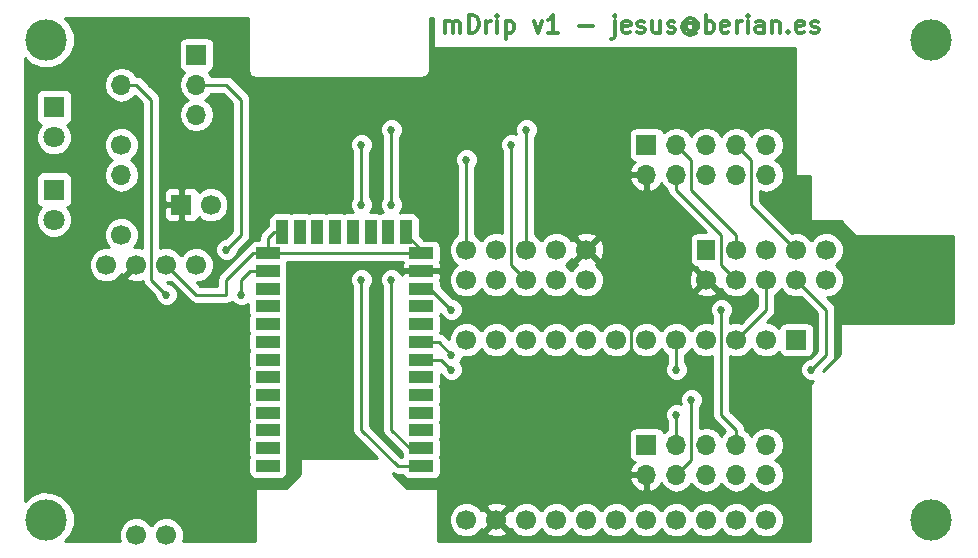
<source format=gtl>
G04 #@! TF.FileFunction,Copper,L1,Top,Signal*
%FSLAX46Y46*%
G04 Gerber Fmt 4.6, Leading zero omitted, Abs format (unit mm)*
G04 Created by KiCad (PCBNEW 4.0.7) date 09/09/17 09:10:52*
%MOMM*%
%LPD*%
G01*
G04 APERTURE LIST*
%ADD10C,0.100000*%
%ADD11C,0.300000*%
%ADD12R,1.700000X1.700000*%
%ADD13C,1.700000*%
%ADD14O,1.700000X1.700000*%
%ADD15R,2.000000X1.000000*%
%ADD16R,1.000000X2.000000*%
%ADD17R,1.800000X1.800000*%
%ADD18C,1.800000*%
%ADD19C,3.500000*%
%ADD20R,1.524000X1.700000*%
%ADD21C,0.685800*%
%ADD22C,0.254000*%
G04 APERTURE END LIST*
D10*
D11*
X154394286Y-75608571D02*
X154394286Y-74608571D01*
X154394286Y-74751429D02*
X154465714Y-74680000D01*
X154608572Y-74608571D01*
X154822857Y-74608571D01*
X154965714Y-74680000D01*
X155037143Y-74822857D01*
X155037143Y-75608571D01*
X155037143Y-74822857D02*
X155108572Y-74680000D01*
X155251429Y-74608571D01*
X155465714Y-74608571D01*
X155608572Y-74680000D01*
X155680000Y-74822857D01*
X155680000Y-75608571D01*
X156394286Y-75608571D02*
X156394286Y-74108571D01*
X156751429Y-74108571D01*
X156965714Y-74180000D01*
X157108572Y-74322857D01*
X157180000Y-74465714D01*
X157251429Y-74751429D01*
X157251429Y-74965714D01*
X157180000Y-75251429D01*
X157108572Y-75394286D01*
X156965714Y-75537143D01*
X156751429Y-75608571D01*
X156394286Y-75608571D01*
X157894286Y-75608571D02*
X157894286Y-74608571D01*
X157894286Y-74894286D02*
X157965714Y-74751429D01*
X158037143Y-74680000D01*
X158180000Y-74608571D01*
X158322857Y-74608571D01*
X158822857Y-75608571D02*
X158822857Y-74608571D01*
X158822857Y-74108571D02*
X158751428Y-74180000D01*
X158822857Y-74251429D01*
X158894285Y-74180000D01*
X158822857Y-74108571D01*
X158822857Y-74251429D01*
X159537143Y-74608571D02*
X159537143Y-76108571D01*
X159537143Y-74680000D02*
X159680000Y-74608571D01*
X159965714Y-74608571D01*
X160108571Y-74680000D01*
X160180000Y-74751429D01*
X160251429Y-74894286D01*
X160251429Y-75322857D01*
X160180000Y-75465714D01*
X160108571Y-75537143D01*
X159965714Y-75608571D01*
X159680000Y-75608571D01*
X159537143Y-75537143D01*
X161894286Y-74608571D02*
X162251429Y-75608571D01*
X162608571Y-74608571D01*
X163965714Y-75608571D02*
X163108571Y-75608571D01*
X163537143Y-75608571D02*
X163537143Y-74108571D01*
X163394286Y-74322857D01*
X163251428Y-74465714D01*
X163108571Y-74537143D01*
X165751428Y-75037143D02*
X166894285Y-75037143D01*
X168751428Y-74608571D02*
X168751428Y-75894286D01*
X168679999Y-76037143D01*
X168537142Y-76108571D01*
X168465714Y-76108571D01*
X168751428Y-74108571D02*
X168679999Y-74180000D01*
X168751428Y-74251429D01*
X168822856Y-74180000D01*
X168751428Y-74108571D01*
X168751428Y-74251429D01*
X170037142Y-75537143D02*
X169894285Y-75608571D01*
X169608571Y-75608571D01*
X169465714Y-75537143D01*
X169394285Y-75394286D01*
X169394285Y-74822857D01*
X169465714Y-74680000D01*
X169608571Y-74608571D01*
X169894285Y-74608571D01*
X170037142Y-74680000D01*
X170108571Y-74822857D01*
X170108571Y-74965714D01*
X169394285Y-75108571D01*
X170679999Y-75537143D02*
X170822856Y-75608571D01*
X171108571Y-75608571D01*
X171251428Y-75537143D01*
X171322856Y-75394286D01*
X171322856Y-75322857D01*
X171251428Y-75180000D01*
X171108571Y-75108571D01*
X170894285Y-75108571D01*
X170751428Y-75037143D01*
X170679999Y-74894286D01*
X170679999Y-74822857D01*
X170751428Y-74680000D01*
X170894285Y-74608571D01*
X171108571Y-74608571D01*
X171251428Y-74680000D01*
X172608571Y-74608571D02*
X172608571Y-75608571D01*
X171965714Y-74608571D02*
X171965714Y-75394286D01*
X172037142Y-75537143D01*
X172180000Y-75608571D01*
X172394285Y-75608571D01*
X172537142Y-75537143D01*
X172608571Y-75465714D01*
X173251428Y-75537143D02*
X173394285Y-75608571D01*
X173680000Y-75608571D01*
X173822857Y-75537143D01*
X173894285Y-75394286D01*
X173894285Y-75322857D01*
X173822857Y-75180000D01*
X173680000Y-75108571D01*
X173465714Y-75108571D01*
X173322857Y-75037143D01*
X173251428Y-74894286D01*
X173251428Y-74822857D01*
X173322857Y-74680000D01*
X173465714Y-74608571D01*
X173680000Y-74608571D01*
X173822857Y-74680000D01*
X175465714Y-74894286D02*
X175394286Y-74822857D01*
X175251429Y-74751429D01*
X175108571Y-74751429D01*
X174965714Y-74822857D01*
X174894286Y-74894286D01*
X174822857Y-75037143D01*
X174822857Y-75180000D01*
X174894286Y-75322857D01*
X174965714Y-75394286D01*
X175108571Y-75465714D01*
X175251429Y-75465714D01*
X175394286Y-75394286D01*
X175465714Y-75322857D01*
X175465714Y-74751429D02*
X175465714Y-75322857D01*
X175537143Y-75394286D01*
X175608571Y-75394286D01*
X175751429Y-75322857D01*
X175822857Y-75180000D01*
X175822857Y-74822857D01*
X175680000Y-74608571D01*
X175465714Y-74465714D01*
X175180000Y-74394286D01*
X174894286Y-74465714D01*
X174680000Y-74608571D01*
X174537143Y-74822857D01*
X174465714Y-75108571D01*
X174537143Y-75394286D01*
X174680000Y-75608571D01*
X174894286Y-75751429D01*
X175180000Y-75822857D01*
X175465714Y-75751429D01*
X175680000Y-75608571D01*
X176465714Y-75608571D02*
X176465714Y-74108571D01*
X176465714Y-74680000D02*
X176608571Y-74608571D01*
X176894285Y-74608571D01*
X177037142Y-74680000D01*
X177108571Y-74751429D01*
X177180000Y-74894286D01*
X177180000Y-75322857D01*
X177108571Y-75465714D01*
X177037142Y-75537143D01*
X176894285Y-75608571D01*
X176608571Y-75608571D01*
X176465714Y-75537143D01*
X178394285Y-75537143D02*
X178251428Y-75608571D01*
X177965714Y-75608571D01*
X177822857Y-75537143D01*
X177751428Y-75394286D01*
X177751428Y-74822857D01*
X177822857Y-74680000D01*
X177965714Y-74608571D01*
X178251428Y-74608571D01*
X178394285Y-74680000D01*
X178465714Y-74822857D01*
X178465714Y-74965714D01*
X177751428Y-75108571D01*
X179108571Y-75608571D02*
X179108571Y-74608571D01*
X179108571Y-74894286D02*
X179179999Y-74751429D01*
X179251428Y-74680000D01*
X179394285Y-74608571D01*
X179537142Y-74608571D01*
X180037142Y-75608571D02*
X180037142Y-74608571D01*
X180037142Y-74108571D02*
X179965713Y-74180000D01*
X180037142Y-74251429D01*
X180108570Y-74180000D01*
X180037142Y-74108571D01*
X180037142Y-74251429D01*
X181394285Y-75608571D02*
X181394285Y-74822857D01*
X181322856Y-74680000D01*
X181179999Y-74608571D01*
X180894285Y-74608571D01*
X180751428Y-74680000D01*
X181394285Y-75537143D02*
X181251428Y-75608571D01*
X180894285Y-75608571D01*
X180751428Y-75537143D01*
X180679999Y-75394286D01*
X180679999Y-75251429D01*
X180751428Y-75108571D01*
X180894285Y-75037143D01*
X181251428Y-75037143D01*
X181394285Y-74965714D01*
X182108571Y-74608571D02*
X182108571Y-75608571D01*
X182108571Y-74751429D02*
X182179999Y-74680000D01*
X182322857Y-74608571D01*
X182537142Y-74608571D01*
X182679999Y-74680000D01*
X182751428Y-74822857D01*
X182751428Y-75608571D01*
X183465714Y-75465714D02*
X183537142Y-75537143D01*
X183465714Y-75608571D01*
X183394285Y-75537143D01*
X183465714Y-75465714D01*
X183465714Y-75608571D01*
X184751428Y-75537143D02*
X184608571Y-75608571D01*
X184322857Y-75608571D01*
X184180000Y-75537143D01*
X184108571Y-75394286D01*
X184108571Y-74822857D01*
X184180000Y-74680000D01*
X184322857Y-74608571D01*
X184608571Y-74608571D01*
X184751428Y-74680000D01*
X184822857Y-74822857D01*
X184822857Y-74965714D01*
X184108571Y-75108571D01*
X185394285Y-75537143D02*
X185537142Y-75608571D01*
X185822857Y-75608571D01*
X185965714Y-75537143D01*
X186037142Y-75394286D01*
X186037142Y-75322857D01*
X185965714Y-75180000D01*
X185822857Y-75108571D01*
X185608571Y-75108571D01*
X185465714Y-75037143D01*
X185394285Y-74894286D01*
X185394285Y-74822857D01*
X185465714Y-74680000D01*
X185608571Y-74608571D01*
X185822857Y-74608571D01*
X185965714Y-74680000D01*
D12*
X132080000Y-90170000D03*
D13*
X134580000Y-90170000D03*
D12*
X171450000Y-110490000D03*
D14*
X171450000Y-113030000D03*
X173990000Y-110490000D03*
X173990000Y-113030000D03*
X176530000Y-110490000D03*
X176530000Y-113030000D03*
X179070000Y-110490000D03*
X179070000Y-113030000D03*
X181610000Y-110490000D03*
X181610000Y-113030000D03*
D12*
X171450000Y-85090000D03*
D14*
X171450000Y-87630000D03*
X173990000Y-85090000D03*
X173990000Y-87630000D03*
X176530000Y-85090000D03*
X176530000Y-87630000D03*
X179070000Y-85090000D03*
X179070000Y-87630000D03*
X181610000Y-85090000D03*
X181610000Y-87630000D03*
D12*
X133350000Y-77470000D03*
D14*
X133350000Y-80010000D03*
X133350000Y-82550000D03*
D15*
X152400000Y-112280000D03*
X152400000Y-110780000D03*
X152400000Y-109280000D03*
X152400000Y-107780000D03*
X152400000Y-106280000D03*
X152400000Y-104780000D03*
X152400000Y-103280000D03*
X152400000Y-101780000D03*
X152400000Y-100280000D03*
X152400000Y-98780000D03*
X152400000Y-97280000D03*
X152400000Y-95780000D03*
X152400000Y-94280000D03*
D16*
X151100000Y-92480000D03*
X149600000Y-92480000D03*
X148100000Y-92480000D03*
X146600000Y-92480000D03*
X145100000Y-92480000D03*
X143600000Y-92480000D03*
X142100000Y-92480000D03*
X140600000Y-92480000D03*
D15*
X139400000Y-94280000D03*
X139400000Y-95780000D03*
X139400000Y-97280000D03*
X139400000Y-98780000D03*
X139400000Y-100280000D03*
X139400000Y-101780000D03*
X139400000Y-103280000D03*
X139400000Y-104780000D03*
X139400000Y-106280000D03*
X139400000Y-107780000D03*
X139400000Y-109280000D03*
X139400000Y-110780000D03*
X139400000Y-112280000D03*
D17*
X121285000Y-81915000D03*
D18*
X121285000Y-84455000D03*
D17*
X121285000Y-88900000D03*
D18*
X121285000Y-91440000D03*
D13*
X127000000Y-85090000D03*
D14*
X127000000Y-80010000D03*
D13*
X127000000Y-92710000D03*
D14*
X127000000Y-87630000D03*
D19*
X120650000Y-76200000D03*
X195580000Y-76200000D03*
X195580000Y-116840000D03*
X120650000Y-116840000D03*
D13*
X133350000Y-95250000D03*
X130810000Y-95250000D03*
X128270000Y-95250000D03*
X125730000Y-95250000D03*
X130810000Y-118110000D03*
X128270000Y-118110000D03*
D20*
X176530000Y-93980000D03*
D13*
X176530000Y-96520000D03*
X179070000Y-93980000D03*
X179070000Y-96520000D03*
X181610000Y-93980000D03*
X181610000Y-96520000D03*
X184150000Y-93980000D03*
X184150000Y-96520000D03*
X186690000Y-93980000D03*
X186690000Y-96520000D03*
X156210000Y-93980000D03*
X156210000Y-96520000D03*
X158750000Y-93980000D03*
X158750000Y-96520000D03*
X161290000Y-93980000D03*
X161290000Y-96520000D03*
X163830000Y-93980000D03*
X163830000Y-96520000D03*
X166370000Y-93980000D03*
X166370000Y-96520000D03*
D12*
X184150000Y-101600000D03*
D13*
X181610000Y-101600000D03*
X179070000Y-101600000D03*
X176530000Y-101600000D03*
X173990000Y-101600000D03*
X171450000Y-101600000D03*
X168910000Y-101600000D03*
X166370000Y-101600000D03*
X163830000Y-101600000D03*
X161290000Y-101600000D03*
X158750000Y-101600000D03*
X156210000Y-101600000D03*
X156210000Y-116840000D03*
X158750000Y-116840000D03*
X161290000Y-116840000D03*
X163830000Y-116840000D03*
X166370000Y-116840000D03*
X168910000Y-116840000D03*
X171450000Y-116840000D03*
X173990000Y-116840000D03*
X176530000Y-116840000D03*
X179070000Y-116840000D03*
X181610000Y-116840000D03*
D21*
X170180000Y-96520000D03*
X173990000Y-107950000D03*
X154940000Y-104140000D03*
X175260000Y-106680000D03*
X154940000Y-102870000D03*
X154940000Y-99060000D03*
X177800000Y-99060000D03*
X135890000Y-93980000D03*
X147320000Y-96520000D03*
X147320000Y-90170000D03*
X147320000Y-85090000D03*
X160020000Y-85090000D03*
X149860000Y-96520000D03*
X149860000Y-90170000D03*
X149860000Y-83820000D03*
X161290000Y-83820000D03*
X173990000Y-104140000D03*
X185420000Y-104140000D03*
X137160000Y-97790000D03*
X130810000Y-97790000D03*
X156210000Y-86360000D03*
D22*
X171450000Y-113030000D02*
X170180000Y-113030000D01*
X170180000Y-104140000D02*
X170180000Y-96520000D01*
X168910000Y-105410000D02*
X170180000Y-104140000D01*
X168910000Y-111760000D02*
X168910000Y-105410000D01*
X170180000Y-113030000D02*
X168910000Y-111760000D01*
X152400000Y-103280000D02*
X154080000Y-103280000D01*
X173990000Y-107950000D02*
X173990000Y-110490000D01*
X154080000Y-103280000D02*
X154940000Y-104140000D01*
X152400000Y-101780000D02*
X153850000Y-101780000D01*
X175260000Y-111760000D02*
X173990000Y-113030000D01*
X175260000Y-106680000D02*
X175260000Y-111760000D01*
X153850000Y-101780000D02*
X154940000Y-102870000D01*
X152400000Y-97280000D02*
X153160000Y-97280000D01*
X153160000Y-97280000D02*
X154940000Y-99060000D01*
X177800000Y-99060000D02*
X177800000Y-107950000D01*
X177800000Y-107950000D02*
X179070000Y-109220000D01*
X179070000Y-109220000D02*
X179070000Y-110490000D01*
X173990000Y-85090000D02*
X175260000Y-86360000D01*
X179070000Y-92710000D02*
X179070000Y-93980000D01*
X175260000Y-88900000D02*
X179070000Y-92710000D01*
X175260000Y-86360000D02*
X175260000Y-88900000D01*
X173990000Y-87630000D02*
X173990000Y-88900000D01*
X177800000Y-95250000D02*
X179070000Y-96520000D01*
X177800000Y-92710000D02*
X177800000Y-95250000D01*
X173990000Y-88900000D02*
X177800000Y-92710000D01*
X179070000Y-85090000D02*
X180340000Y-86360000D01*
X180340000Y-90170000D02*
X184150000Y-93980000D01*
X180340000Y-86360000D02*
X180340000Y-90170000D01*
X135890000Y-80010000D02*
X133350000Y-80010000D01*
X137160000Y-81280000D02*
X135890000Y-80010000D01*
X137160000Y-92710000D02*
X137160000Y-81280000D01*
X135890000Y-93980000D02*
X137160000Y-92710000D01*
X161290000Y-96520000D02*
X160020000Y-95250000D01*
X150380000Y-112280000D02*
X152400000Y-112280000D01*
X147320000Y-109220000D02*
X150380000Y-112280000D01*
X147320000Y-96520000D02*
X147320000Y-109220000D01*
X147320000Y-85090000D02*
X147320000Y-90170000D01*
X160020000Y-95250000D02*
X160020000Y-85090000D01*
X161290000Y-93980000D02*
X161290000Y-83820000D01*
X149860000Y-109220000D02*
X151420000Y-110780000D01*
X149860000Y-96520000D02*
X149860000Y-109220000D01*
X149860000Y-83820000D02*
X149860000Y-90170000D01*
X151420000Y-110780000D02*
X152400000Y-110780000D01*
X181610000Y-99060000D02*
X181610000Y-96520000D01*
X179070000Y-101600000D02*
X181610000Y-99060000D01*
X173990000Y-104140000D02*
X173990000Y-101600000D01*
X186690000Y-102870000D02*
X185420000Y-104140000D01*
X186690000Y-99060000D02*
X186690000Y-102870000D01*
X184150000Y-96520000D02*
X186690000Y-99060000D01*
X139400000Y-94280000D02*
X152400000Y-94280000D01*
X151100000Y-92480000D02*
X151100000Y-92680000D01*
X151100000Y-92680000D02*
X152400000Y-93980000D01*
X152400000Y-93980000D02*
X152400000Y-94280000D01*
X139400000Y-94280000D02*
X139400000Y-93010000D01*
X139930000Y-92480000D02*
X140600000Y-92480000D01*
X139400000Y-93010000D02*
X139930000Y-92480000D01*
X130810000Y-95250000D02*
X133350000Y-97790000D01*
X138130000Y-94280000D02*
X139400000Y-94280000D01*
X135890000Y-96520000D02*
X138130000Y-94280000D01*
X135890000Y-97790000D02*
X135890000Y-96520000D01*
X133350000Y-97790000D02*
X135890000Y-97790000D01*
X127000000Y-80010000D02*
X128270000Y-80010000D01*
X137900000Y-95780000D02*
X139400000Y-95780000D01*
X137160000Y-96520000D02*
X137900000Y-95780000D01*
X137160000Y-97790000D02*
X137160000Y-96520000D01*
X129540000Y-96520000D02*
X130810000Y-97790000D01*
X129540000Y-81280000D02*
X129540000Y-96520000D01*
X128270000Y-80010000D02*
X129540000Y-81280000D01*
X156210000Y-86360000D02*
X156210000Y-93980000D01*
G36*
X137720000Y-78740000D02*
X137774046Y-79011705D01*
X137927954Y-79242046D01*
X138158295Y-79395954D01*
X138430000Y-79450000D01*
X152400000Y-79450000D01*
X152671705Y-79395954D01*
X152902046Y-79242046D01*
X153055954Y-79011705D01*
X153110000Y-78740000D01*
X153110000Y-74370000D01*
X153402143Y-74370000D01*
X153402143Y-76915000D01*
X184023000Y-76915000D01*
X184023000Y-87630000D01*
X184033006Y-87679410D01*
X184061447Y-87721035D01*
X184103841Y-87748315D01*
X184150000Y-87757000D01*
X185293000Y-87757000D01*
X185293000Y-91440000D01*
X185303006Y-91489410D01*
X185331447Y-91531035D01*
X185373841Y-91558315D01*
X185420000Y-91567000D01*
X187907394Y-91567000D01*
X189140197Y-92799803D01*
X189182211Y-92827666D01*
X189230000Y-92837000D01*
X197410000Y-92837000D01*
X197410000Y-100203000D01*
X187960000Y-100203000D01*
X187910590Y-100213006D01*
X187868965Y-100241447D01*
X187841685Y-100283841D01*
X187833000Y-100330000D01*
X187833000Y-102817394D01*
X186397802Y-104252592D01*
X186397813Y-104239817D01*
X187228815Y-103408816D01*
X187393996Y-103161605D01*
X187406759Y-103097440D01*
X187452000Y-102870000D01*
X187452000Y-99060000D01*
X187393996Y-98768395D01*
X187293866Y-98618540D01*
X187228815Y-98521184D01*
X186712651Y-98005020D01*
X186984089Y-98005257D01*
X187530086Y-97779656D01*
X187948188Y-97362283D01*
X188174742Y-96816681D01*
X188175257Y-96225911D01*
X187949656Y-95679914D01*
X187532283Y-95261812D01*
X187504443Y-95250252D01*
X187530086Y-95239656D01*
X187948188Y-94822283D01*
X188174742Y-94276681D01*
X188175257Y-93685911D01*
X187949656Y-93139914D01*
X187532283Y-92721812D01*
X186986681Y-92495258D01*
X186395911Y-92494743D01*
X185849914Y-92720344D01*
X185431812Y-93137717D01*
X185420252Y-93165557D01*
X185409656Y-93139914D01*
X184992283Y-92721812D01*
X184446681Y-92495258D01*
X183855911Y-92494743D01*
X183775570Y-92527939D01*
X181102000Y-89854370D01*
X181102000Y-89043045D01*
X181610000Y-89144093D01*
X182178285Y-89031054D01*
X182660054Y-88709147D01*
X182981961Y-88227378D01*
X183095000Y-87659093D01*
X183095000Y-87600907D01*
X182981961Y-87032622D01*
X182660054Y-86550853D01*
X182374422Y-86360000D01*
X182660054Y-86169147D01*
X182981961Y-85687378D01*
X183095000Y-85119093D01*
X183095000Y-85060907D01*
X182981961Y-84492622D01*
X182660054Y-84010853D01*
X182178285Y-83688946D01*
X181610000Y-83575907D01*
X181041715Y-83688946D01*
X180559946Y-84010853D01*
X180340000Y-84340026D01*
X180120054Y-84010853D01*
X179638285Y-83688946D01*
X179070000Y-83575907D01*
X178501715Y-83688946D01*
X178019946Y-84010853D01*
X177800000Y-84340026D01*
X177580054Y-84010853D01*
X177098285Y-83688946D01*
X176530000Y-83575907D01*
X175961715Y-83688946D01*
X175479946Y-84010853D01*
X175260000Y-84340026D01*
X175040054Y-84010853D01*
X174558285Y-83688946D01*
X173990000Y-83575907D01*
X173421715Y-83688946D01*
X172939946Y-84010853D01*
X172912150Y-84052452D01*
X172903162Y-84004683D01*
X172764090Y-83788559D01*
X172551890Y-83643569D01*
X172300000Y-83592560D01*
X170600000Y-83592560D01*
X170364683Y-83636838D01*
X170148559Y-83775910D01*
X170003569Y-83988110D01*
X169952560Y-84240000D01*
X169952560Y-85940000D01*
X169996838Y-86175317D01*
X170135910Y-86391441D01*
X170348110Y-86536431D01*
X170462301Y-86559555D01*
X170254817Y-86748642D01*
X170008514Y-87273108D01*
X170129181Y-87503000D01*
X171323000Y-87503000D01*
X171323000Y-87483000D01*
X171577000Y-87483000D01*
X171577000Y-87503000D01*
X171597000Y-87503000D01*
X171597000Y-87757000D01*
X171577000Y-87757000D01*
X171577000Y-88950155D01*
X171806890Y-89071476D01*
X172216924Y-88901645D01*
X172645183Y-88511358D01*
X172712298Y-88368447D01*
X172939946Y-88709147D01*
X173228371Y-88901866D01*
X173286004Y-89191605D01*
X173430596Y-89408001D01*
X173451185Y-89438815D01*
X176494929Y-92482560D01*
X175768000Y-92482560D01*
X175532683Y-92526838D01*
X175316559Y-92665910D01*
X175171569Y-92878110D01*
X175120560Y-93130000D01*
X175120560Y-94830000D01*
X175164838Y-95065317D01*
X175303910Y-95281441D01*
X175516110Y-95426431D01*
X175671446Y-95457887D01*
X175665647Y-95476042D01*
X176530000Y-96340395D01*
X176544143Y-96326253D01*
X176723748Y-96505858D01*
X176709605Y-96520000D01*
X177573958Y-97384353D01*
X177791640Y-97314819D01*
X177810344Y-97360086D01*
X178227717Y-97778188D01*
X178773319Y-98004742D01*
X179364089Y-98005257D01*
X179910086Y-97779656D01*
X180328188Y-97362283D01*
X180339748Y-97334443D01*
X180350344Y-97360086D01*
X180767717Y-97778188D01*
X180848000Y-97811524D01*
X180848000Y-98744369D01*
X179444711Y-100147659D01*
X179366681Y-100115258D01*
X178775911Y-100114743D01*
X178562000Y-100203129D01*
X178562000Y-99681083D01*
X178628540Y-99614659D01*
X178777730Y-99255370D01*
X178778069Y-98866337D01*
X178629507Y-98506788D01*
X178354659Y-98231460D01*
X177995370Y-98082270D01*
X177606337Y-98081931D01*
X177246788Y-98230493D01*
X176971460Y-98505341D01*
X176822270Y-98864630D01*
X176821931Y-99253663D01*
X176970493Y-99613212D01*
X177038000Y-99680837D01*
X177038000Y-100203005D01*
X176826681Y-100115258D01*
X176235911Y-100114743D01*
X175689914Y-100340344D01*
X175271812Y-100757717D01*
X175260252Y-100785557D01*
X175249656Y-100759914D01*
X174832283Y-100341812D01*
X174286681Y-100115258D01*
X173695911Y-100114743D01*
X173149914Y-100340344D01*
X172731812Y-100757717D01*
X172720252Y-100785557D01*
X172709656Y-100759914D01*
X172292283Y-100341812D01*
X171746681Y-100115258D01*
X171155911Y-100114743D01*
X170609914Y-100340344D01*
X170191812Y-100757717D01*
X170180252Y-100785557D01*
X170169656Y-100759914D01*
X169752283Y-100341812D01*
X169206681Y-100115258D01*
X168615911Y-100114743D01*
X168069914Y-100340344D01*
X167651812Y-100757717D01*
X167640252Y-100785557D01*
X167629656Y-100759914D01*
X167212283Y-100341812D01*
X166666681Y-100115258D01*
X166075911Y-100114743D01*
X165529914Y-100340344D01*
X165111812Y-100757717D01*
X165100252Y-100785557D01*
X165089656Y-100759914D01*
X164672283Y-100341812D01*
X164126681Y-100115258D01*
X163535911Y-100114743D01*
X162989914Y-100340344D01*
X162571812Y-100757717D01*
X162560252Y-100785557D01*
X162549656Y-100759914D01*
X162132283Y-100341812D01*
X161586681Y-100115258D01*
X160995911Y-100114743D01*
X160449914Y-100340344D01*
X160031812Y-100757717D01*
X160020252Y-100785557D01*
X160009656Y-100759914D01*
X159592283Y-100341812D01*
X159046681Y-100115258D01*
X158455911Y-100114743D01*
X157909914Y-100340344D01*
X157491812Y-100757717D01*
X157480252Y-100785557D01*
X157469656Y-100759914D01*
X157052283Y-100341812D01*
X156506681Y-100115258D01*
X155915911Y-100114743D01*
X155369914Y-100340344D01*
X154951812Y-100757717D01*
X154725258Y-101303319D01*
X154725019Y-101577389D01*
X154388815Y-101241185D01*
X154374232Y-101231441D01*
X154141605Y-101076004D01*
X154003901Y-101048613D01*
X154003162Y-101044683D01*
X153995658Y-101033021D01*
X153996431Y-101031890D01*
X154047440Y-100780000D01*
X154047440Y-99780000D01*
X154003162Y-99544683D01*
X153995658Y-99533021D01*
X153996431Y-99531890D01*
X154022895Y-99401207D01*
X154110493Y-99613212D01*
X154385341Y-99888540D01*
X154744630Y-100037730D01*
X155133663Y-100038069D01*
X155493212Y-99889507D01*
X155768540Y-99614659D01*
X155917730Y-99255370D01*
X155918069Y-98866337D01*
X155769507Y-98506788D01*
X155494659Y-98231460D01*
X155135370Y-98082270D01*
X155039817Y-98082187D01*
X154047440Y-97089810D01*
X154047440Y-96780000D01*
X154003162Y-96544683D01*
X153987662Y-96520595D01*
X154035000Y-96406310D01*
X154035000Y-96065750D01*
X153876250Y-95907000D01*
X152527000Y-95907000D01*
X152527000Y-95927000D01*
X152273000Y-95927000D01*
X152273000Y-95907000D01*
X150923750Y-95907000D01*
X150765000Y-96065750D01*
X150765000Y-96149496D01*
X150689507Y-95966788D01*
X150414659Y-95691460D01*
X150055370Y-95542270D01*
X149666337Y-95541931D01*
X149306788Y-95690493D01*
X149031460Y-95965341D01*
X148882270Y-96324630D01*
X148881931Y-96713663D01*
X149030493Y-97073212D01*
X149098000Y-97140837D01*
X149098000Y-109220000D01*
X149156004Y-109511605D01*
X149236824Y-109632560D01*
X149321185Y-109758815D01*
X150752560Y-111190190D01*
X150752560Y-111280000D01*
X150796838Y-111515317D01*
X150798564Y-111518000D01*
X150695631Y-111518000D01*
X148082000Y-108904370D01*
X148082000Y-97141083D01*
X148148540Y-97074659D01*
X148297730Y-96715370D01*
X148298069Y-96326337D01*
X148149507Y-95966788D01*
X147874659Y-95691460D01*
X147515370Y-95542270D01*
X147126337Y-95541931D01*
X146766788Y-95690493D01*
X146491460Y-95965341D01*
X146342270Y-96324630D01*
X146341931Y-96713663D01*
X146490493Y-97073212D01*
X146558000Y-97140837D01*
X146558000Y-109220000D01*
X146616004Y-109511605D01*
X146696824Y-109632560D01*
X146781185Y-109758815D01*
X148655369Y-111633000D01*
X142240000Y-111633000D01*
X142190590Y-111643006D01*
X142148965Y-111671447D01*
X142121685Y-111713841D01*
X142113000Y-111760000D01*
X142113000Y-112977394D01*
X140917394Y-114173000D01*
X138430000Y-114173000D01*
X138380590Y-114183006D01*
X138338965Y-114211447D01*
X138311685Y-114253841D01*
X138303000Y-114300000D01*
X138303000Y-118670000D01*
X132185402Y-118670000D01*
X132294742Y-118406681D01*
X132295257Y-117815911D01*
X132069656Y-117269914D01*
X131652283Y-116851812D01*
X131106681Y-116625258D01*
X130515911Y-116624743D01*
X129969914Y-116850344D01*
X129551812Y-117267717D01*
X129540252Y-117295557D01*
X129529656Y-117269914D01*
X129112283Y-116851812D01*
X128566681Y-116625258D01*
X127975911Y-116624743D01*
X127429914Y-116850344D01*
X127011812Y-117267717D01*
X126785258Y-117813319D01*
X126784743Y-118404089D01*
X126894615Y-118670000D01*
X122192650Y-118670000D01*
X122670726Y-118192758D01*
X123034585Y-117316487D01*
X123035413Y-116367675D01*
X122673084Y-115490771D01*
X122002758Y-114819274D01*
X121126487Y-114455415D01*
X120177675Y-114454587D01*
X119300771Y-114816916D01*
X118820000Y-115296849D01*
X118820000Y-95544089D01*
X124244743Y-95544089D01*
X124470344Y-96090086D01*
X124887717Y-96508188D01*
X125433319Y-96734742D01*
X126024089Y-96735257D01*
X126570086Y-96509656D01*
X126988188Y-96092283D01*
X127007951Y-96044688D01*
X127226042Y-96114353D01*
X128090395Y-95250000D01*
X128076253Y-95235858D01*
X128255858Y-95056253D01*
X128270000Y-95070395D01*
X128284143Y-95056253D01*
X128463748Y-95235858D01*
X128449605Y-95250000D01*
X128463748Y-95264143D01*
X128284143Y-95443748D01*
X128270000Y-95429605D01*
X127405647Y-96293958D01*
X127485920Y-96545259D01*
X128041279Y-96746718D01*
X128631458Y-96720315D01*
X128803657Y-96648988D01*
X128836004Y-96811605D01*
X128980595Y-97028000D01*
X129001185Y-97058815D01*
X129832013Y-97889644D01*
X129831931Y-97983663D01*
X129980493Y-98343212D01*
X130255341Y-98618540D01*
X130614630Y-98767730D01*
X131003663Y-98768069D01*
X131363212Y-98619507D01*
X131638540Y-98344659D01*
X131787730Y-97985370D01*
X131788069Y-97596337D01*
X131639507Y-97236788D01*
X131364659Y-96961460D01*
X131005370Y-96812270D01*
X130909817Y-96812187D01*
X130832651Y-96735020D01*
X131104089Y-96735257D01*
X131184430Y-96702061D01*
X132811184Y-98328815D01*
X132958787Y-98427440D01*
X133058395Y-98493996D01*
X133350000Y-98552000D01*
X135890000Y-98552000D01*
X136181605Y-98493996D01*
X136361213Y-98373985D01*
X136605341Y-98618540D01*
X136964630Y-98767730D01*
X137353663Y-98768069D01*
X137713212Y-98619507D01*
X137752560Y-98580228D01*
X137752560Y-99280000D01*
X137796838Y-99515317D01*
X137804342Y-99526979D01*
X137803569Y-99528110D01*
X137752560Y-99780000D01*
X137752560Y-100780000D01*
X137796838Y-101015317D01*
X137804342Y-101026979D01*
X137803569Y-101028110D01*
X137752560Y-101280000D01*
X137752560Y-102280000D01*
X137796838Y-102515317D01*
X137804342Y-102526979D01*
X137803569Y-102528110D01*
X137752560Y-102780000D01*
X137752560Y-103780000D01*
X137796838Y-104015317D01*
X137804342Y-104026979D01*
X137803569Y-104028110D01*
X137752560Y-104280000D01*
X137752560Y-105280000D01*
X137796838Y-105515317D01*
X137804342Y-105526979D01*
X137803569Y-105528110D01*
X137752560Y-105780000D01*
X137752560Y-106780000D01*
X137796838Y-107015317D01*
X137804342Y-107026979D01*
X137803569Y-107028110D01*
X137752560Y-107280000D01*
X137752560Y-108280000D01*
X137796838Y-108515317D01*
X137804342Y-108526979D01*
X137803569Y-108528110D01*
X137752560Y-108780000D01*
X137752560Y-109780000D01*
X137796838Y-110015317D01*
X137804342Y-110026979D01*
X137803569Y-110028110D01*
X137752560Y-110280000D01*
X137752560Y-111280000D01*
X137796838Y-111515317D01*
X137804342Y-111526979D01*
X137803569Y-111528110D01*
X137752560Y-111780000D01*
X137752560Y-112780000D01*
X137796838Y-113015317D01*
X137935910Y-113231441D01*
X138148110Y-113376431D01*
X138400000Y-113427440D01*
X140400000Y-113427440D01*
X140635317Y-113383162D01*
X140851441Y-113244090D01*
X140996431Y-113031890D01*
X141047440Y-112780000D01*
X141047440Y-111780000D01*
X141003162Y-111544683D01*
X140995658Y-111533021D01*
X140996431Y-111531890D01*
X141047440Y-111280000D01*
X141047440Y-110280000D01*
X141003162Y-110044683D01*
X140995658Y-110033021D01*
X140996431Y-110031890D01*
X141047440Y-109780000D01*
X141047440Y-108780000D01*
X141003162Y-108544683D01*
X140995658Y-108533021D01*
X140996431Y-108531890D01*
X141047440Y-108280000D01*
X141047440Y-107280000D01*
X141003162Y-107044683D01*
X140995658Y-107033021D01*
X140996431Y-107031890D01*
X141047440Y-106780000D01*
X141047440Y-105780000D01*
X141003162Y-105544683D01*
X140995658Y-105533021D01*
X140996431Y-105531890D01*
X141047440Y-105280000D01*
X141047440Y-104280000D01*
X141003162Y-104044683D01*
X140995658Y-104033021D01*
X140996431Y-104031890D01*
X141047440Y-103780000D01*
X141047440Y-102780000D01*
X141003162Y-102544683D01*
X140995658Y-102533021D01*
X140996431Y-102531890D01*
X141047440Y-102280000D01*
X141047440Y-101280000D01*
X141003162Y-101044683D01*
X140995658Y-101033021D01*
X140996431Y-101031890D01*
X141047440Y-100780000D01*
X141047440Y-99780000D01*
X141003162Y-99544683D01*
X140995658Y-99533021D01*
X140996431Y-99531890D01*
X141047440Y-99280000D01*
X141047440Y-98280000D01*
X141003162Y-98044683D01*
X140995658Y-98033021D01*
X140996431Y-98031890D01*
X141047440Y-97780000D01*
X141047440Y-96780000D01*
X141003162Y-96544683D01*
X140995658Y-96533021D01*
X140996431Y-96531890D01*
X141047440Y-96280000D01*
X141047440Y-95280000D01*
X141003162Y-95044683D01*
X141001436Y-95042000D01*
X150811264Y-95042000D01*
X150765000Y-95153690D01*
X150765000Y-95494250D01*
X150923750Y-95653000D01*
X152273000Y-95653000D01*
X152273000Y-95633000D01*
X152527000Y-95633000D01*
X152527000Y-95653000D01*
X153876250Y-95653000D01*
X154035000Y-95494250D01*
X154035000Y-95153690D01*
X153989033Y-95042717D01*
X153996431Y-95031890D01*
X154047440Y-94780000D01*
X154047440Y-94274089D01*
X154724743Y-94274089D01*
X154950344Y-94820086D01*
X155367717Y-95238188D01*
X155395557Y-95249748D01*
X155369914Y-95260344D01*
X154951812Y-95677717D01*
X154725258Y-96223319D01*
X154724743Y-96814089D01*
X154950344Y-97360086D01*
X155367717Y-97778188D01*
X155913319Y-98004742D01*
X156504089Y-98005257D01*
X157050086Y-97779656D01*
X157468188Y-97362283D01*
X157479748Y-97334443D01*
X157490344Y-97360086D01*
X157907717Y-97778188D01*
X158453319Y-98004742D01*
X159044089Y-98005257D01*
X159590086Y-97779656D01*
X160008188Y-97362283D01*
X160019748Y-97334443D01*
X160030344Y-97360086D01*
X160447717Y-97778188D01*
X160993319Y-98004742D01*
X161584089Y-98005257D01*
X162130086Y-97779656D01*
X162548188Y-97362283D01*
X162559748Y-97334443D01*
X162570344Y-97360086D01*
X162987717Y-97778188D01*
X163533319Y-98004742D01*
X164124089Y-98005257D01*
X164670086Y-97779656D01*
X165088188Y-97362283D01*
X165099748Y-97334443D01*
X165110344Y-97360086D01*
X165527717Y-97778188D01*
X166073319Y-98004742D01*
X166664089Y-98005257D01*
X167210086Y-97779656D01*
X167426160Y-97563958D01*
X175665647Y-97563958D01*
X175745920Y-97815259D01*
X176301279Y-98016718D01*
X176891458Y-97990315D01*
X177314080Y-97815259D01*
X177394353Y-97563958D01*
X176530000Y-96699605D01*
X175665647Y-97563958D01*
X167426160Y-97563958D01*
X167628188Y-97362283D01*
X167854742Y-96816681D01*
X167855200Y-96291279D01*
X175033282Y-96291279D01*
X175059685Y-96881458D01*
X175234741Y-97304080D01*
X175486042Y-97384353D01*
X176350395Y-96520000D01*
X175486042Y-95655647D01*
X175234741Y-95735920D01*
X175033282Y-96291279D01*
X167855200Y-96291279D01*
X167855257Y-96225911D01*
X167629656Y-95679914D01*
X167212283Y-95261812D01*
X167164688Y-95242049D01*
X167234353Y-95023958D01*
X166370000Y-94159605D01*
X165505647Y-95023958D01*
X165575181Y-95241640D01*
X165529914Y-95260344D01*
X165111812Y-95677717D01*
X165100252Y-95705557D01*
X165089656Y-95679914D01*
X164672283Y-95261812D01*
X164644443Y-95250252D01*
X164670086Y-95239656D01*
X165088188Y-94822283D01*
X165107951Y-94774688D01*
X165326042Y-94844353D01*
X166190395Y-93980000D01*
X166549605Y-93980000D01*
X167413958Y-94844353D01*
X167665259Y-94764080D01*
X167866718Y-94208721D01*
X167840315Y-93618542D01*
X167665259Y-93195920D01*
X167413958Y-93115647D01*
X166549605Y-93980000D01*
X166190395Y-93980000D01*
X165326042Y-93115647D01*
X165108360Y-93185181D01*
X165089656Y-93139914D01*
X164886140Y-92936042D01*
X165505647Y-92936042D01*
X166370000Y-93800395D01*
X167234353Y-92936042D01*
X167154080Y-92684741D01*
X166598721Y-92483282D01*
X166008542Y-92509685D01*
X165585920Y-92684741D01*
X165505647Y-92936042D01*
X164886140Y-92936042D01*
X164672283Y-92721812D01*
X164126681Y-92495258D01*
X163535911Y-92494743D01*
X162989914Y-92720344D01*
X162571812Y-93137717D01*
X162560252Y-93165557D01*
X162549656Y-93139914D01*
X162132283Y-92721812D01*
X162052000Y-92688476D01*
X162052000Y-87986892D01*
X170008514Y-87986892D01*
X170254817Y-88511358D01*
X170683076Y-88901645D01*
X171093110Y-89071476D01*
X171323000Y-88950155D01*
X171323000Y-87757000D01*
X170129181Y-87757000D01*
X170008514Y-87986892D01*
X162052000Y-87986892D01*
X162052000Y-84441083D01*
X162118540Y-84374659D01*
X162267730Y-84015370D01*
X162268069Y-83626337D01*
X162119507Y-83266788D01*
X161844659Y-82991460D01*
X161485370Y-82842270D01*
X161096337Y-82841931D01*
X160736788Y-82990493D01*
X160461460Y-83265341D01*
X160312270Y-83624630D01*
X160311931Y-84013663D01*
X160381111Y-84181092D01*
X160215370Y-84112270D01*
X159826337Y-84111931D01*
X159466788Y-84260493D01*
X159191460Y-84535341D01*
X159042270Y-84894630D01*
X159041931Y-85283663D01*
X159190493Y-85643212D01*
X159258000Y-85710837D01*
X159258000Y-92583005D01*
X159046681Y-92495258D01*
X158455911Y-92494743D01*
X157909914Y-92720344D01*
X157491812Y-93137717D01*
X157480252Y-93165557D01*
X157469656Y-93139914D01*
X157052283Y-92721812D01*
X156972000Y-92688476D01*
X156972000Y-86981083D01*
X157038540Y-86914659D01*
X157187730Y-86555370D01*
X157188069Y-86166337D01*
X157039507Y-85806788D01*
X156764659Y-85531460D01*
X156405370Y-85382270D01*
X156016337Y-85381931D01*
X155656788Y-85530493D01*
X155381460Y-85805341D01*
X155232270Y-86164630D01*
X155231931Y-86553663D01*
X155380493Y-86913212D01*
X155448000Y-86980837D01*
X155448000Y-92688080D01*
X155369914Y-92720344D01*
X154951812Y-93137717D01*
X154725258Y-93683319D01*
X154724743Y-94274089D01*
X154047440Y-94274089D01*
X154047440Y-93780000D01*
X154003162Y-93544683D01*
X153864090Y-93328559D01*
X153651890Y-93183569D01*
X153400000Y-93132560D01*
X152630191Y-93132560D01*
X152247440Y-92749810D01*
X152247440Y-91480000D01*
X152203162Y-91244683D01*
X152064090Y-91028559D01*
X151851890Y-90883569D01*
X151600000Y-90832560D01*
X150600000Y-90832560D01*
X150575910Y-90837093D01*
X150688540Y-90724659D01*
X150837730Y-90365370D01*
X150838069Y-89976337D01*
X150689507Y-89616788D01*
X150622000Y-89549163D01*
X150622000Y-84441083D01*
X150688540Y-84374659D01*
X150837730Y-84015370D01*
X150838069Y-83626337D01*
X150689507Y-83266788D01*
X150414659Y-82991460D01*
X150055370Y-82842270D01*
X149666337Y-82841931D01*
X149306788Y-82990493D01*
X149031460Y-83265341D01*
X148882270Y-83624630D01*
X148881931Y-84013663D01*
X149030493Y-84373212D01*
X149098000Y-84440837D01*
X149098000Y-89548917D01*
X149031460Y-89615341D01*
X148882270Y-89974630D01*
X148881931Y-90363663D01*
X149030493Y-90723212D01*
X149139650Y-90832560D01*
X149100000Y-90832560D01*
X148864683Y-90876838D01*
X148853021Y-90884342D01*
X148851890Y-90883569D01*
X148600000Y-90832560D01*
X148040451Y-90832560D01*
X148148540Y-90724659D01*
X148297730Y-90365370D01*
X148298069Y-89976337D01*
X148149507Y-89616788D01*
X148082000Y-89549163D01*
X148082000Y-85711083D01*
X148148540Y-85644659D01*
X148297730Y-85285370D01*
X148298069Y-84896337D01*
X148149507Y-84536788D01*
X147874659Y-84261460D01*
X147515370Y-84112270D01*
X147126337Y-84111931D01*
X146766788Y-84260493D01*
X146491460Y-84535341D01*
X146342270Y-84894630D01*
X146341931Y-85283663D01*
X146490493Y-85643212D01*
X146558000Y-85710837D01*
X146558000Y-89548917D01*
X146491460Y-89615341D01*
X146342270Y-89974630D01*
X146341931Y-90363663D01*
X146490493Y-90723212D01*
X146599650Y-90832560D01*
X146100000Y-90832560D01*
X145864683Y-90876838D01*
X145853021Y-90884342D01*
X145851890Y-90883569D01*
X145600000Y-90832560D01*
X144600000Y-90832560D01*
X144364683Y-90876838D01*
X144353021Y-90884342D01*
X144351890Y-90883569D01*
X144100000Y-90832560D01*
X143100000Y-90832560D01*
X142864683Y-90876838D01*
X142853021Y-90884342D01*
X142851890Y-90883569D01*
X142600000Y-90832560D01*
X141600000Y-90832560D01*
X141364683Y-90876838D01*
X141353021Y-90884342D01*
X141351890Y-90883569D01*
X141100000Y-90832560D01*
X140100000Y-90832560D01*
X139864683Y-90876838D01*
X139648559Y-91015910D01*
X139503569Y-91228110D01*
X139452560Y-91480000D01*
X139452560Y-91900175D01*
X139391184Y-91941185D01*
X138861185Y-92471185D01*
X138696004Y-92718395D01*
X138638000Y-93010000D01*
X138638000Y-93132560D01*
X138400000Y-93132560D01*
X138164683Y-93176838D01*
X137948559Y-93315910D01*
X137803569Y-93528110D01*
X137786903Y-93610410D01*
X137591184Y-93741185D01*
X135351186Y-95981184D01*
X135351185Y-95981185D01*
X135186004Y-96228395D01*
X135128000Y-96520000D01*
X135128000Y-97028000D01*
X133665631Y-97028000D01*
X133372651Y-96735020D01*
X133644089Y-96735257D01*
X134190086Y-96509656D01*
X134608188Y-96092283D01*
X134834742Y-95546681D01*
X134835257Y-94955911D01*
X134609656Y-94409914D01*
X134192283Y-93991812D01*
X133646681Y-93765258D01*
X133055911Y-93764743D01*
X132509914Y-93990344D01*
X132091812Y-94407717D01*
X132080252Y-94435557D01*
X132069656Y-94409914D01*
X131652283Y-93991812D01*
X131106681Y-93765258D01*
X130515911Y-93764743D01*
X130302000Y-93853129D01*
X130302000Y-90455750D01*
X130595000Y-90455750D01*
X130595000Y-91146310D01*
X130691673Y-91379699D01*
X130870302Y-91558327D01*
X131103691Y-91655000D01*
X131794250Y-91655000D01*
X131953000Y-91496250D01*
X131953000Y-90297000D01*
X130753750Y-90297000D01*
X130595000Y-90455750D01*
X130302000Y-90455750D01*
X130302000Y-89193690D01*
X130595000Y-89193690D01*
X130595000Y-89884250D01*
X130753750Y-90043000D01*
X131953000Y-90043000D01*
X131953000Y-88843750D01*
X132207000Y-88843750D01*
X132207000Y-90043000D01*
X132227000Y-90043000D01*
X132227000Y-90297000D01*
X132207000Y-90297000D01*
X132207000Y-91496250D01*
X132365750Y-91655000D01*
X133056309Y-91655000D01*
X133289698Y-91558327D01*
X133468327Y-91379699D01*
X133533132Y-91223246D01*
X133737717Y-91428188D01*
X134283319Y-91654742D01*
X134874089Y-91655257D01*
X135420086Y-91429656D01*
X135838188Y-91012283D01*
X136064742Y-90466681D01*
X136065257Y-89875911D01*
X135839656Y-89329914D01*
X135422283Y-88911812D01*
X134876681Y-88685258D01*
X134285911Y-88684743D01*
X133739914Y-88910344D01*
X133533135Y-89116762D01*
X133468327Y-88960301D01*
X133289698Y-88781673D01*
X133056309Y-88685000D01*
X132365750Y-88685000D01*
X132207000Y-88843750D01*
X131953000Y-88843750D01*
X131794250Y-88685000D01*
X131103691Y-88685000D01*
X130870302Y-88781673D01*
X130691673Y-88960301D01*
X130595000Y-89193690D01*
X130302000Y-89193690D01*
X130302000Y-81280000D01*
X130243996Y-80988395D01*
X130104539Y-80779683D01*
X130078815Y-80741184D01*
X129347631Y-80010000D01*
X131835907Y-80010000D01*
X131948946Y-80578285D01*
X132270853Y-81060054D01*
X132600026Y-81280000D01*
X132270853Y-81499946D01*
X131948946Y-81981715D01*
X131835907Y-82550000D01*
X131948946Y-83118285D01*
X132270853Y-83600054D01*
X132752622Y-83921961D01*
X133320907Y-84035000D01*
X133379093Y-84035000D01*
X133947378Y-83921961D01*
X134429147Y-83600054D01*
X134751054Y-83118285D01*
X134864093Y-82550000D01*
X134751054Y-81981715D01*
X134429147Y-81499946D01*
X134099974Y-81280000D01*
X134429147Y-81060054D01*
X134621618Y-80772000D01*
X135574370Y-80772000D01*
X136398000Y-81595631D01*
X136398000Y-92394369D01*
X135790357Y-93002013D01*
X135696337Y-93001931D01*
X135336788Y-93150493D01*
X135061460Y-93425341D01*
X134912270Y-93784630D01*
X134911931Y-94173663D01*
X135060493Y-94533212D01*
X135335341Y-94808540D01*
X135694630Y-94957730D01*
X136083663Y-94958069D01*
X136443212Y-94809507D01*
X136718540Y-94534659D01*
X136867730Y-94175370D01*
X136867813Y-94079817D01*
X137698815Y-93248816D01*
X137863996Y-93001605D01*
X137869963Y-92971605D01*
X137922000Y-92710000D01*
X137922000Y-81280000D01*
X137863996Y-80988395D01*
X137724539Y-80779683D01*
X137698815Y-80741184D01*
X136428815Y-79471185D01*
X136181605Y-79306004D01*
X135890000Y-79248000D01*
X134621618Y-79248000D01*
X134429147Y-78959946D01*
X134387548Y-78932150D01*
X134435317Y-78923162D01*
X134651441Y-78784090D01*
X134796431Y-78571890D01*
X134847440Y-78320000D01*
X134847440Y-76620000D01*
X134803162Y-76384683D01*
X134664090Y-76168559D01*
X134451890Y-76023569D01*
X134200000Y-75972560D01*
X132500000Y-75972560D01*
X132264683Y-76016838D01*
X132048559Y-76155910D01*
X131903569Y-76368110D01*
X131852560Y-76620000D01*
X131852560Y-78320000D01*
X131896838Y-78555317D01*
X132035910Y-78771441D01*
X132248110Y-78916431D01*
X132315541Y-78930086D01*
X132270853Y-78959946D01*
X131948946Y-79441715D01*
X131835907Y-80010000D01*
X129347631Y-80010000D01*
X128808815Y-79471185D01*
X128561605Y-79306004D01*
X128270000Y-79248000D01*
X128261964Y-79248000D01*
X128050054Y-78930853D01*
X127568285Y-78608946D01*
X127000000Y-78495907D01*
X126431715Y-78608946D01*
X125949946Y-78930853D01*
X125628039Y-79412622D01*
X125515000Y-79980907D01*
X125515000Y-80039093D01*
X125628039Y-80607378D01*
X125949946Y-81089147D01*
X126431715Y-81411054D01*
X127000000Y-81524093D01*
X127568285Y-81411054D01*
X128050054Y-81089147D01*
X128138759Y-80956390D01*
X128778000Y-81595631D01*
X128778000Y-93854592D01*
X128498721Y-93753282D01*
X128036106Y-93773978D01*
X128258188Y-93552283D01*
X128484742Y-93006681D01*
X128485257Y-92415911D01*
X128259656Y-91869914D01*
X127842283Y-91451812D01*
X127296681Y-91225258D01*
X126705911Y-91224743D01*
X126159914Y-91450344D01*
X125741812Y-91867717D01*
X125515258Y-92413319D01*
X125514743Y-93004089D01*
X125740344Y-93550086D01*
X125955079Y-93765196D01*
X125435911Y-93764743D01*
X124889914Y-93990344D01*
X124471812Y-94407717D01*
X124245258Y-94953319D01*
X124244743Y-95544089D01*
X118820000Y-95544089D01*
X118820000Y-88000000D01*
X119737560Y-88000000D01*
X119737560Y-89800000D01*
X119781838Y-90035317D01*
X119920910Y-90251441D01*
X120133110Y-90396431D01*
X120153534Y-90400567D01*
X119984449Y-90569357D01*
X119750267Y-91133330D01*
X119749735Y-91743991D01*
X119982932Y-92308371D01*
X120414357Y-92740551D01*
X120978330Y-92974733D01*
X121588991Y-92975265D01*
X122153371Y-92742068D01*
X122585551Y-92310643D01*
X122819733Y-91746670D01*
X122820265Y-91136009D01*
X122587068Y-90571629D01*
X122419120Y-90403387D01*
X122420317Y-90403162D01*
X122636441Y-90264090D01*
X122781431Y-90051890D01*
X122832440Y-89800000D01*
X122832440Y-88000000D01*
X122788162Y-87764683D01*
X122649090Y-87548559D01*
X122436890Y-87403569D01*
X122185000Y-87352560D01*
X120385000Y-87352560D01*
X120149683Y-87396838D01*
X119933559Y-87535910D01*
X119788569Y-87748110D01*
X119737560Y-88000000D01*
X118820000Y-88000000D01*
X118820000Y-81015000D01*
X119737560Y-81015000D01*
X119737560Y-82815000D01*
X119781838Y-83050317D01*
X119920910Y-83266441D01*
X120133110Y-83411431D01*
X120153534Y-83415567D01*
X119984449Y-83584357D01*
X119750267Y-84148330D01*
X119749735Y-84758991D01*
X119982932Y-85323371D01*
X120414357Y-85755551D01*
X120978330Y-85989733D01*
X121588991Y-85990265D01*
X122153371Y-85757068D01*
X122527002Y-85384089D01*
X125514743Y-85384089D01*
X125740344Y-85930086D01*
X126157717Y-86348188D01*
X126216639Y-86372655D01*
X125949946Y-86550853D01*
X125628039Y-87032622D01*
X125515000Y-87600907D01*
X125515000Y-87659093D01*
X125628039Y-88227378D01*
X125949946Y-88709147D01*
X126431715Y-89031054D01*
X127000000Y-89144093D01*
X127568285Y-89031054D01*
X128050054Y-88709147D01*
X128371961Y-88227378D01*
X128485000Y-87659093D01*
X128485000Y-87600907D01*
X128371961Y-87032622D01*
X128050054Y-86550853D01*
X127783767Y-86372926D01*
X127840086Y-86349656D01*
X128258188Y-85932283D01*
X128484742Y-85386681D01*
X128485257Y-84795911D01*
X128259656Y-84249914D01*
X127842283Y-83831812D01*
X127296681Y-83605258D01*
X126705911Y-83604743D01*
X126159914Y-83830344D01*
X125741812Y-84247717D01*
X125515258Y-84793319D01*
X125514743Y-85384089D01*
X122527002Y-85384089D01*
X122585551Y-85325643D01*
X122819733Y-84761670D01*
X122820265Y-84151009D01*
X122587068Y-83586629D01*
X122419120Y-83418387D01*
X122420317Y-83418162D01*
X122636441Y-83279090D01*
X122781431Y-83066890D01*
X122832440Y-82815000D01*
X122832440Y-81015000D01*
X122788162Y-80779683D01*
X122649090Y-80563559D01*
X122436890Y-80418569D01*
X122185000Y-80367560D01*
X120385000Y-80367560D01*
X120149683Y-80411838D01*
X119933559Y-80550910D01*
X119788569Y-80763110D01*
X119737560Y-81015000D01*
X118820000Y-81015000D01*
X118820000Y-77742650D01*
X119297242Y-78220726D01*
X120173513Y-78584585D01*
X121122325Y-78585413D01*
X121999229Y-78223084D01*
X122670726Y-77552758D01*
X123034585Y-76676487D01*
X123035413Y-75727675D01*
X122673084Y-74850771D01*
X122193151Y-74370000D01*
X137720000Y-74370000D01*
X137720000Y-78740000D01*
X137720000Y-78740000D01*
G37*
X137720000Y-78740000D02*
X137774046Y-79011705D01*
X137927954Y-79242046D01*
X138158295Y-79395954D01*
X138430000Y-79450000D01*
X152400000Y-79450000D01*
X152671705Y-79395954D01*
X152902046Y-79242046D01*
X153055954Y-79011705D01*
X153110000Y-78740000D01*
X153110000Y-74370000D01*
X153402143Y-74370000D01*
X153402143Y-76915000D01*
X184023000Y-76915000D01*
X184023000Y-87630000D01*
X184033006Y-87679410D01*
X184061447Y-87721035D01*
X184103841Y-87748315D01*
X184150000Y-87757000D01*
X185293000Y-87757000D01*
X185293000Y-91440000D01*
X185303006Y-91489410D01*
X185331447Y-91531035D01*
X185373841Y-91558315D01*
X185420000Y-91567000D01*
X187907394Y-91567000D01*
X189140197Y-92799803D01*
X189182211Y-92827666D01*
X189230000Y-92837000D01*
X197410000Y-92837000D01*
X197410000Y-100203000D01*
X187960000Y-100203000D01*
X187910590Y-100213006D01*
X187868965Y-100241447D01*
X187841685Y-100283841D01*
X187833000Y-100330000D01*
X187833000Y-102817394D01*
X186397802Y-104252592D01*
X186397813Y-104239817D01*
X187228815Y-103408816D01*
X187393996Y-103161605D01*
X187406759Y-103097440D01*
X187452000Y-102870000D01*
X187452000Y-99060000D01*
X187393996Y-98768395D01*
X187293866Y-98618540D01*
X187228815Y-98521184D01*
X186712651Y-98005020D01*
X186984089Y-98005257D01*
X187530086Y-97779656D01*
X187948188Y-97362283D01*
X188174742Y-96816681D01*
X188175257Y-96225911D01*
X187949656Y-95679914D01*
X187532283Y-95261812D01*
X187504443Y-95250252D01*
X187530086Y-95239656D01*
X187948188Y-94822283D01*
X188174742Y-94276681D01*
X188175257Y-93685911D01*
X187949656Y-93139914D01*
X187532283Y-92721812D01*
X186986681Y-92495258D01*
X186395911Y-92494743D01*
X185849914Y-92720344D01*
X185431812Y-93137717D01*
X185420252Y-93165557D01*
X185409656Y-93139914D01*
X184992283Y-92721812D01*
X184446681Y-92495258D01*
X183855911Y-92494743D01*
X183775570Y-92527939D01*
X181102000Y-89854370D01*
X181102000Y-89043045D01*
X181610000Y-89144093D01*
X182178285Y-89031054D01*
X182660054Y-88709147D01*
X182981961Y-88227378D01*
X183095000Y-87659093D01*
X183095000Y-87600907D01*
X182981961Y-87032622D01*
X182660054Y-86550853D01*
X182374422Y-86360000D01*
X182660054Y-86169147D01*
X182981961Y-85687378D01*
X183095000Y-85119093D01*
X183095000Y-85060907D01*
X182981961Y-84492622D01*
X182660054Y-84010853D01*
X182178285Y-83688946D01*
X181610000Y-83575907D01*
X181041715Y-83688946D01*
X180559946Y-84010853D01*
X180340000Y-84340026D01*
X180120054Y-84010853D01*
X179638285Y-83688946D01*
X179070000Y-83575907D01*
X178501715Y-83688946D01*
X178019946Y-84010853D01*
X177800000Y-84340026D01*
X177580054Y-84010853D01*
X177098285Y-83688946D01*
X176530000Y-83575907D01*
X175961715Y-83688946D01*
X175479946Y-84010853D01*
X175260000Y-84340026D01*
X175040054Y-84010853D01*
X174558285Y-83688946D01*
X173990000Y-83575907D01*
X173421715Y-83688946D01*
X172939946Y-84010853D01*
X172912150Y-84052452D01*
X172903162Y-84004683D01*
X172764090Y-83788559D01*
X172551890Y-83643569D01*
X172300000Y-83592560D01*
X170600000Y-83592560D01*
X170364683Y-83636838D01*
X170148559Y-83775910D01*
X170003569Y-83988110D01*
X169952560Y-84240000D01*
X169952560Y-85940000D01*
X169996838Y-86175317D01*
X170135910Y-86391441D01*
X170348110Y-86536431D01*
X170462301Y-86559555D01*
X170254817Y-86748642D01*
X170008514Y-87273108D01*
X170129181Y-87503000D01*
X171323000Y-87503000D01*
X171323000Y-87483000D01*
X171577000Y-87483000D01*
X171577000Y-87503000D01*
X171597000Y-87503000D01*
X171597000Y-87757000D01*
X171577000Y-87757000D01*
X171577000Y-88950155D01*
X171806890Y-89071476D01*
X172216924Y-88901645D01*
X172645183Y-88511358D01*
X172712298Y-88368447D01*
X172939946Y-88709147D01*
X173228371Y-88901866D01*
X173286004Y-89191605D01*
X173430596Y-89408001D01*
X173451185Y-89438815D01*
X176494929Y-92482560D01*
X175768000Y-92482560D01*
X175532683Y-92526838D01*
X175316559Y-92665910D01*
X175171569Y-92878110D01*
X175120560Y-93130000D01*
X175120560Y-94830000D01*
X175164838Y-95065317D01*
X175303910Y-95281441D01*
X175516110Y-95426431D01*
X175671446Y-95457887D01*
X175665647Y-95476042D01*
X176530000Y-96340395D01*
X176544143Y-96326253D01*
X176723748Y-96505858D01*
X176709605Y-96520000D01*
X177573958Y-97384353D01*
X177791640Y-97314819D01*
X177810344Y-97360086D01*
X178227717Y-97778188D01*
X178773319Y-98004742D01*
X179364089Y-98005257D01*
X179910086Y-97779656D01*
X180328188Y-97362283D01*
X180339748Y-97334443D01*
X180350344Y-97360086D01*
X180767717Y-97778188D01*
X180848000Y-97811524D01*
X180848000Y-98744369D01*
X179444711Y-100147659D01*
X179366681Y-100115258D01*
X178775911Y-100114743D01*
X178562000Y-100203129D01*
X178562000Y-99681083D01*
X178628540Y-99614659D01*
X178777730Y-99255370D01*
X178778069Y-98866337D01*
X178629507Y-98506788D01*
X178354659Y-98231460D01*
X177995370Y-98082270D01*
X177606337Y-98081931D01*
X177246788Y-98230493D01*
X176971460Y-98505341D01*
X176822270Y-98864630D01*
X176821931Y-99253663D01*
X176970493Y-99613212D01*
X177038000Y-99680837D01*
X177038000Y-100203005D01*
X176826681Y-100115258D01*
X176235911Y-100114743D01*
X175689914Y-100340344D01*
X175271812Y-100757717D01*
X175260252Y-100785557D01*
X175249656Y-100759914D01*
X174832283Y-100341812D01*
X174286681Y-100115258D01*
X173695911Y-100114743D01*
X173149914Y-100340344D01*
X172731812Y-100757717D01*
X172720252Y-100785557D01*
X172709656Y-100759914D01*
X172292283Y-100341812D01*
X171746681Y-100115258D01*
X171155911Y-100114743D01*
X170609914Y-100340344D01*
X170191812Y-100757717D01*
X170180252Y-100785557D01*
X170169656Y-100759914D01*
X169752283Y-100341812D01*
X169206681Y-100115258D01*
X168615911Y-100114743D01*
X168069914Y-100340344D01*
X167651812Y-100757717D01*
X167640252Y-100785557D01*
X167629656Y-100759914D01*
X167212283Y-100341812D01*
X166666681Y-100115258D01*
X166075911Y-100114743D01*
X165529914Y-100340344D01*
X165111812Y-100757717D01*
X165100252Y-100785557D01*
X165089656Y-100759914D01*
X164672283Y-100341812D01*
X164126681Y-100115258D01*
X163535911Y-100114743D01*
X162989914Y-100340344D01*
X162571812Y-100757717D01*
X162560252Y-100785557D01*
X162549656Y-100759914D01*
X162132283Y-100341812D01*
X161586681Y-100115258D01*
X160995911Y-100114743D01*
X160449914Y-100340344D01*
X160031812Y-100757717D01*
X160020252Y-100785557D01*
X160009656Y-100759914D01*
X159592283Y-100341812D01*
X159046681Y-100115258D01*
X158455911Y-100114743D01*
X157909914Y-100340344D01*
X157491812Y-100757717D01*
X157480252Y-100785557D01*
X157469656Y-100759914D01*
X157052283Y-100341812D01*
X156506681Y-100115258D01*
X155915911Y-100114743D01*
X155369914Y-100340344D01*
X154951812Y-100757717D01*
X154725258Y-101303319D01*
X154725019Y-101577389D01*
X154388815Y-101241185D01*
X154374232Y-101231441D01*
X154141605Y-101076004D01*
X154003901Y-101048613D01*
X154003162Y-101044683D01*
X153995658Y-101033021D01*
X153996431Y-101031890D01*
X154047440Y-100780000D01*
X154047440Y-99780000D01*
X154003162Y-99544683D01*
X153995658Y-99533021D01*
X153996431Y-99531890D01*
X154022895Y-99401207D01*
X154110493Y-99613212D01*
X154385341Y-99888540D01*
X154744630Y-100037730D01*
X155133663Y-100038069D01*
X155493212Y-99889507D01*
X155768540Y-99614659D01*
X155917730Y-99255370D01*
X155918069Y-98866337D01*
X155769507Y-98506788D01*
X155494659Y-98231460D01*
X155135370Y-98082270D01*
X155039817Y-98082187D01*
X154047440Y-97089810D01*
X154047440Y-96780000D01*
X154003162Y-96544683D01*
X153987662Y-96520595D01*
X154035000Y-96406310D01*
X154035000Y-96065750D01*
X153876250Y-95907000D01*
X152527000Y-95907000D01*
X152527000Y-95927000D01*
X152273000Y-95927000D01*
X152273000Y-95907000D01*
X150923750Y-95907000D01*
X150765000Y-96065750D01*
X150765000Y-96149496D01*
X150689507Y-95966788D01*
X150414659Y-95691460D01*
X150055370Y-95542270D01*
X149666337Y-95541931D01*
X149306788Y-95690493D01*
X149031460Y-95965341D01*
X148882270Y-96324630D01*
X148881931Y-96713663D01*
X149030493Y-97073212D01*
X149098000Y-97140837D01*
X149098000Y-109220000D01*
X149156004Y-109511605D01*
X149236824Y-109632560D01*
X149321185Y-109758815D01*
X150752560Y-111190190D01*
X150752560Y-111280000D01*
X150796838Y-111515317D01*
X150798564Y-111518000D01*
X150695631Y-111518000D01*
X148082000Y-108904370D01*
X148082000Y-97141083D01*
X148148540Y-97074659D01*
X148297730Y-96715370D01*
X148298069Y-96326337D01*
X148149507Y-95966788D01*
X147874659Y-95691460D01*
X147515370Y-95542270D01*
X147126337Y-95541931D01*
X146766788Y-95690493D01*
X146491460Y-95965341D01*
X146342270Y-96324630D01*
X146341931Y-96713663D01*
X146490493Y-97073212D01*
X146558000Y-97140837D01*
X146558000Y-109220000D01*
X146616004Y-109511605D01*
X146696824Y-109632560D01*
X146781185Y-109758815D01*
X148655369Y-111633000D01*
X142240000Y-111633000D01*
X142190590Y-111643006D01*
X142148965Y-111671447D01*
X142121685Y-111713841D01*
X142113000Y-111760000D01*
X142113000Y-112977394D01*
X140917394Y-114173000D01*
X138430000Y-114173000D01*
X138380590Y-114183006D01*
X138338965Y-114211447D01*
X138311685Y-114253841D01*
X138303000Y-114300000D01*
X138303000Y-118670000D01*
X132185402Y-118670000D01*
X132294742Y-118406681D01*
X132295257Y-117815911D01*
X132069656Y-117269914D01*
X131652283Y-116851812D01*
X131106681Y-116625258D01*
X130515911Y-116624743D01*
X129969914Y-116850344D01*
X129551812Y-117267717D01*
X129540252Y-117295557D01*
X129529656Y-117269914D01*
X129112283Y-116851812D01*
X128566681Y-116625258D01*
X127975911Y-116624743D01*
X127429914Y-116850344D01*
X127011812Y-117267717D01*
X126785258Y-117813319D01*
X126784743Y-118404089D01*
X126894615Y-118670000D01*
X122192650Y-118670000D01*
X122670726Y-118192758D01*
X123034585Y-117316487D01*
X123035413Y-116367675D01*
X122673084Y-115490771D01*
X122002758Y-114819274D01*
X121126487Y-114455415D01*
X120177675Y-114454587D01*
X119300771Y-114816916D01*
X118820000Y-115296849D01*
X118820000Y-95544089D01*
X124244743Y-95544089D01*
X124470344Y-96090086D01*
X124887717Y-96508188D01*
X125433319Y-96734742D01*
X126024089Y-96735257D01*
X126570086Y-96509656D01*
X126988188Y-96092283D01*
X127007951Y-96044688D01*
X127226042Y-96114353D01*
X128090395Y-95250000D01*
X128076253Y-95235858D01*
X128255858Y-95056253D01*
X128270000Y-95070395D01*
X128284143Y-95056253D01*
X128463748Y-95235858D01*
X128449605Y-95250000D01*
X128463748Y-95264143D01*
X128284143Y-95443748D01*
X128270000Y-95429605D01*
X127405647Y-96293958D01*
X127485920Y-96545259D01*
X128041279Y-96746718D01*
X128631458Y-96720315D01*
X128803657Y-96648988D01*
X128836004Y-96811605D01*
X128980595Y-97028000D01*
X129001185Y-97058815D01*
X129832013Y-97889644D01*
X129831931Y-97983663D01*
X129980493Y-98343212D01*
X130255341Y-98618540D01*
X130614630Y-98767730D01*
X131003663Y-98768069D01*
X131363212Y-98619507D01*
X131638540Y-98344659D01*
X131787730Y-97985370D01*
X131788069Y-97596337D01*
X131639507Y-97236788D01*
X131364659Y-96961460D01*
X131005370Y-96812270D01*
X130909817Y-96812187D01*
X130832651Y-96735020D01*
X131104089Y-96735257D01*
X131184430Y-96702061D01*
X132811184Y-98328815D01*
X132958787Y-98427440D01*
X133058395Y-98493996D01*
X133350000Y-98552000D01*
X135890000Y-98552000D01*
X136181605Y-98493996D01*
X136361213Y-98373985D01*
X136605341Y-98618540D01*
X136964630Y-98767730D01*
X137353663Y-98768069D01*
X137713212Y-98619507D01*
X137752560Y-98580228D01*
X137752560Y-99280000D01*
X137796838Y-99515317D01*
X137804342Y-99526979D01*
X137803569Y-99528110D01*
X137752560Y-99780000D01*
X137752560Y-100780000D01*
X137796838Y-101015317D01*
X137804342Y-101026979D01*
X137803569Y-101028110D01*
X137752560Y-101280000D01*
X137752560Y-102280000D01*
X137796838Y-102515317D01*
X137804342Y-102526979D01*
X137803569Y-102528110D01*
X137752560Y-102780000D01*
X137752560Y-103780000D01*
X137796838Y-104015317D01*
X137804342Y-104026979D01*
X137803569Y-104028110D01*
X137752560Y-104280000D01*
X137752560Y-105280000D01*
X137796838Y-105515317D01*
X137804342Y-105526979D01*
X137803569Y-105528110D01*
X137752560Y-105780000D01*
X137752560Y-106780000D01*
X137796838Y-107015317D01*
X137804342Y-107026979D01*
X137803569Y-107028110D01*
X137752560Y-107280000D01*
X137752560Y-108280000D01*
X137796838Y-108515317D01*
X137804342Y-108526979D01*
X137803569Y-108528110D01*
X137752560Y-108780000D01*
X137752560Y-109780000D01*
X137796838Y-110015317D01*
X137804342Y-110026979D01*
X137803569Y-110028110D01*
X137752560Y-110280000D01*
X137752560Y-111280000D01*
X137796838Y-111515317D01*
X137804342Y-111526979D01*
X137803569Y-111528110D01*
X137752560Y-111780000D01*
X137752560Y-112780000D01*
X137796838Y-113015317D01*
X137935910Y-113231441D01*
X138148110Y-113376431D01*
X138400000Y-113427440D01*
X140400000Y-113427440D01*
X140635317Y-113383162D01*
X140851441Y-113244090D01*
X140996431Y-113031890D01*
X141047440Y-112780000D01*
X141047440Y-111780000D01*
X141003162Y-111544683D01*
X140995658Y-111533021D01*
X140996431Y-111531890D01*
X141047440Y-111280000D01*
X141047440Y-110280000D01*
X141003162Y-110044683D01*
X140995658Y-110033021D01*
X140996431Y-110031890D01*
X141047440Y-109780000D01*
X141047440Y-108780000D01*
X141003162Y-108544683D01*
X140995658Y-108533021D01*
X140996431Y-108531890D01*
X141047440Y-108280000D01*
X141047440Y-107280000D01*
X141003162Y-107044683D01*
X140995658Y-107033021D01*
X140996431Y-107031890D01*
X141047440Y-106780000D01*
X141047440Y-105780000D01*
X141003162Y-105544683D01*
X140995658Y-105533021D01*
X140996431Y-105531890D01*
X141047440Y-105280000D01*
X141047440Y-104280000D01*
X141003162Y-104044683D01*
X140995658Y-104033021D01*
X140996431Y-104031890D01*
X141047440Y-103780000D01*
X141047440Y-102780000D01*
X141003162Y-102544683D01*
X140995658Y-102533021D01*
X140996431Y-102531890D01*
X141047440Y-102280000D01*
X141047440Y-101280000D01*
X141003162Y-101044683D01*
X140995658Y-101033021D01*
X140996431Y-101031890D01*
X141047440Y-100780000D01*
X141047440Y-99780000D01*
X141003162Y-99544683D01*
X140995658Y-99533021D01*
X140996431Y-99531890D01*
X141047440Y-99280000D01*
X141047440Y-98280000D01*
X141003162Y-98044683D01*
X140995658Y-98033021D01*
X140996431Y-98031890D01*
X141047440Y-97780000D01*
X141047440Y-96780000D01*
X141003162Y-96544683D01*
X140995658Y-96533021D01*
X140996431Y-96531890D01*
X141047440Y-96280000D01*
X141047440Y-95280000D01*
X141003162Y-95044683D01*
X141001436Y-95042000D01*
X150811264Y-95042000D01*
X150765000Y-95153690D01*
X150765000Y-95494250D01*
X150923750Y-95653000D01*
X152273000Y-95653000D01*
X152273000Y-95633000D01*
X152527000Y-95633000D01*
X152527000Y-95653000D01*
X153876250Y-95653000D01*
X154035000Y-95494250D01*
X154035000Y-95153690D01*
X153989033Y-95042717D01*
X153996431Y-95031890D01*
X154047440Y-94780000D01*
X154047440Y-94274089D01*
X154724743Y-94274089D01*
X154950344Y-94820086D01*
X155367717Y-95238188D01*
X155395557Y-95249748D01*
X155369914Y-95260344D01*
X154951812Y-95677717D01*
X154725258Y-96223319D01*
X154724743Y-96814089D01*
X154950344Y-97360086D01*
X155367717Y-97778188D01*
X155913319Y-98004742D01*
X156504089Y-98005257D01*
X157050086Y-97779656D01*
X157468188Y-97362283D01*
X157479748Y-97334443D01*
X157490344Y-97360086D01*
X157907717Y-97778188D01*
X158453319Y-98004742D01*
X159044089Y-98005257D01*
X159590086Y-97779656D01*
X160008188Y-97362283D01*
X160019748Y-97334443D01*
X160030344Y-97360086D01*
X160447717Y-97778188D01*
X160993319Y-98004742D01*
X161584089Y-98005257D01*
X162130086Y-97779656D01*
X162548188Y-97362283D01*
X162559748Y-97334443D01*
X162570344Y-97360086D01*
X162987717Y-97778188D01*
X163533319Y-98004742D01*
X164124089Y-98005257D01*
X164670086Y-97779656D01*
X165088188Y-97362283D01*
X165099748Y-97334443D01*
X165110344Y-97360086D01*
X165527717Y-97778188D01*
X166073319Y-98004742D01*
X166664089Y-98005257D01*
X167210086Y-97779656D01*
X167426160Y-97563958D01*
X175665647Y-97563958D01*
X175745920Y-97815259D01*
X176301279Y-98016718D01*
X176891458Y-97990315D01*
X177314080Y-97815259D01*
X177394353Y-97563958D01*
X176530000Y-96699605D01*
X175665647Y-97563958D01*
X167426160Y-97563958D01*
X167628188Y-97362283D01*
X167854742Y-96816681D01*
X167855200Y-96291279D01*
X175033282Y-96291279D01*
X175059685Y-96881458D01*
X175234741Y-97304080D01*
X175486042Y-97384353D01*
X176350395Y-96520000D01*
X175486042Y-95655647D01*
X175234741Y-95735920D01*
X175033282Y-96291279D01*
X167855200Y-96291279D01*
X167855257Y-96225911D01*
X167629656Y-95679914D01*
X167212283Y-95261812D01*
X167164688Y-95242049D01*
X167234353Y-95023958D01*
X166370000Y-94159605D01*
X165505647Y-95023958D01*
X165575181Y-95241640D01*
X165529914Y-95260344D01*
X165111812Y-95677717D01*
X165100252Y-95705557D01*
X165089656Y-95679914D01*
X164672283Y-95261812D01*
X164644443Y-95250252D01*
X164670086Y-95239656D01*
X165088188Y-94822283D01*
X165107951Y-94774688D01*
X165326042Y-94844353D01*
X166190395Y-93980000D01*
X166549605Y-93980000D01*
X167413958Y-94844353D01*
X167665259Y-94764080D01*
X167866718Y-94208721D01*
X167840315Y-93618542D01*
X167665259Y-93195920D01*
X167413958Y-93115647D01*
X166549605Y-93980000D01*
X166190395Y-93980000D01*
X165326042Y-93115647D01*
X165108360Y-93185181D01*
X165089656Y-93139914D01*
X164886140Y-92936042D01*
X165505647Y-92936042D01*
X166370000Y-93800395D01*
X167234353Y-92936042D01*
X167154080Y-92684741D01*
X166598721Y-92483282D01*
X166008542Y-92509685D01*
X165585920Y-92684741D01*
X165505647Y-92936042D01*
X164886140Y-92936042D01*
X164672283Y-92721812D01*
X164126681Y-92495258D01*
X163535911Y-92494743D01*
X162989914Y-92720344D01*
X162571812Y-93137717D01*
X162560252Y-93165557D01*
X162549656Y-93139914D01*
X162132283Y-92721812D01*
X162052000Y-92688476D01*
X162052000Y-87986892D01*
X170008514Y-87986892D01*
X170254817Y-88511358D01*
X170683076Y-88901645D01*
X171093110Y-89071476D01*
X171323000Y-88950155D01*
X171323000Y-87757000D01*
X170129181Y-87757000D01*
X170008514Y-87986892D01*
X162052000Y-87986892D01*
X162052000Y-84441083D01*
X162118540Y-84374659D01*
X162267730Y-84015370D01*
X162268069Y-83626337D01*
X162119507Y-83266788D01*
X161844659Y-82991460D01*
X161485370Y-82842270D01*
X161096337Y-82841931D01*
X160736788Y-82990493D01*
X160461460Y-83265341D01*
X160312270Y-83624630D01*
X160311931Y-84013663D01*
X160381111Y-84181092D01*
X160215370Y-84112270D01*
X159826337Y-84111931D01*
X159466788Y-84260493D01*
X159191460Y-84535341D01*
X159042270Y-84894630D01*
X159041931Y-85283663D01*
X159190493Y-85643212D01*
X159258000Y-85710837D01*
X159258000Y-92583005D01*
X159046681Y-92495258D01*
X158455911Y-92494743D01*
X157909914Y-92720344D01*
X157491812Y-93137717D01*
X157480252Y-93165557D01*
X157469656Y-93139914D01*
X157052283Y-92721812D01*
X156972000Y-92688476D01*
X156972000Y-86981083D01*
X157038540Y-86914659D01*
X157187730Y-86555370D01*
X157188069Y-86166337D01*
X157039507Y-85806788D01*
X156764659Y-85531460D01*
X156405370Y-85382270D01*
X156016337Y-85381931D01*
X155656788Y-85530493D01*
X155381460Y-85805341D01*
X155232270Y-86164630D01*
X155231931Y-86553663D01*
X155380493Y-86913212D01*
X155448000Y-86980837D01*
X155448000Y-92688080D01*
X155369914Y-92720344D01*
X154951812Y-93137717D01*
X154725258Y-93683319D01*
X154724743Y-94274089D01*
X154047440Y-94274089D01*
X154047440Y-93780000D01*
X154003162Y-93544683D01*
X153864090Y-93328559D01*
X153651890Y-93183569D01*
X153400000Y-93132560D01*
X152630191Y-93132560D01*
X152247440Y-92749810D01*
X152247440Y-91480000D01*
X152203162Y-91244683D01*
X152064090Y-91028559D01*
X151851890Y-90883569D01*
X151600000Y-90832560D01*
X150600000Y-90832560D01*
X150575910Y-90837093D01*
X150688540Y-90724659D01*
X150837730Y-90365370D01*
X150838069Y-89976337D01*
X150689507Y-89616788D01*
X150622000Y-89549163D01*
X150622000Y-84441083D01*
X150688540Y-84374659D01*
X150837730Y-84015370D01*
X150838069Y-83626337D01*
X150689507Y-83266788D01*
X150414659Y-82991460D01*
X150055370Y-82842270D01*
X149666337Y-82841931D01*
X149306788Y-82990493D01*
X149031460Y-83265341D01*
X148882270Y-83624630D01*
X148881931Y-84013663D01*
X149030493Y-84373212D01*
X149098000Y-84440837D01*
X149098000Y-89548917D01*
X149031460Y-89615341D01*
X148882270Y-89974630D01*
X148881931Y-90363663D01*
X149030493Y-90723212D01*
X149139650Y-90832560D01*
X149100000Y-90832560D01*
X148864683Y-90876838D01*
X148853021Y-90884342D01*
X148851890Y-90883569D01*
X148600000Y-90832560D01*
X148040451Y-90832560D01*
X148148540Y-90724659D01*
X148297730Y-90365370D01*
X148298069Y-89976337D01*
X148149507Y-89616788D01*
X148082000Y-89549163D01*
X148082000Y-85711083D01*
X148148540Y-85644659D01*
X148297730Y-85285370D01*
X148298069Y-84896337D01*
X148149507Y-84536788D01*
X147874659Y-84261460D01*
X147515370Y-84112270D01*
X147126337Y-84111931D01*
X146766788Y-84260493D01*
X146491460Y-84535341D01*
X146342270Y-84894630D01*
X146341931Y-85283663D01*
X146490493Y-85643212D01*
X146558000Y-85710837D01*
X146558000Y-89548917D01*
X146491460Y-89615341D01*
X146342270Y-89974630D01*
X146341931Y-90363663D01*
X146490493Y-90723212D01*
X146599650Y-90832560D01*
X146100000Y-90832560D01*
X145864683Y-90876838D01*
X145853021Y-90884342D01*
X145851890Y-90883569D01*
X145600000Y-90832560D01*
X144600000Y-90832560D01*
X144364683Y-90876838D01*
X144353021Y-90884342D01*
X144351890Y-90883569D01*
X144100000Y-90832560D01*
X143100000Y-90832560D01*
X142864683Y-90876838D01*
X142853021Y-90884342D01*
X142851890Y-90883569D01*
X142600000Y-90832560D01*
X141600000Y-90832560D01*
X141364683Y-90876838D01*
X141353021Y-90884342D01*
X141351890Y-90883569D01*
X141100000Y-90832560D01*
X140100000Y-90832560D01*
X139864683Y-90876838D01*
X139648559Y-91015910D01*
X139503569Y-91228110D01*
X139452560Y-91480000D01*
X139452560Y-91900175D01*
X139391184Y-91941185D01*
X138861185Y-92471185D01*
X138696004Y-92718395D01*
X138638000Y-93010000D01*
X138638000Y-93132560D01*
X138400000Y-93132560D01*
X138164683Y-93176838D01*
X137948559Y-93315910D01*
X137803569Y-93528110D01*
X137786903Y-93610410D01*
X137591184Y-93741185D01*
X135351186Y-95981184D01*
X135351185Y-95981185D01*
X135186004Y-96228395D01*
X135128000Y-96520000D01*
X135128000Y-97028000D01*
X133665631Y-97028000D01*
X133372651Y-96735020D01*
X133644089Y-96735257D01*
X134190086Y-96509656D01*
X134608188Y-96092283D01*
X134834742Y-95546681D01*
X134835257Y-94955911D01*
X134609656Y-94409914D01*
X134192283Y-93991812D01*
X133646681Y-93765258D01*
X133055911Y-93764743D01*
X132509914Y-93990344D01*
X132091812Y-94407717D01*
X132080252Y-94435557D01*
X132069656Y-94409914D01*
X131652283Y-93991812D01*
X131106681Y-93765258D01*
X130515911Y-93764743D01*
X130302000Y-93853129D01*
X130302000Y-90455750D01*
X130595000Y-90455750D01*
X130595000Y-91146310D01*
X130691673Y-91379699D01*
X130870302Y-91558327D01*
X131103691Y-91655000D01*
X131794250Y-91655000D01*
X131953000Y-91496250D01*
X131953000Y-90297000D01*
X130753750Y-90297000D01*
X130595000Y-90455750D01*
X130302000Y-90455750D01*
X130302000Y-89193690D01*
X130595000Y-89193690D01*
X130595000Y-89884250D01*
X130753750Y-90043000D01*
X131953000Y-90043000D01*
X131953000Y-88843750D01*
X132207000Y-88843750D01*
X132207000Y-90043000D01*
X132227000Y-90043000D01*
X132227000Y-90297000D01*
X132207000Y-90297000D01*
X132207000Y-91496250D01*
X132365750Y-91655000D01*
X133056309Y-91655000D01*
X133289698Y-91558327D01*
X133468327Y-91379699D01*
X133533132Y-91223246D01*
X133737717Y-91428188D01*
X134283319Y-91654742D01*
X134874089Y-91655257D01*
X135420086Y-91429656D01*
X135838188Y-91012283D01*
X136064742Y-90466681D01*
X136065257Y-89875911D01*
X135839656Y-89329914D01*
X135422283Y-88911812D01*
X134876681Y-88685258D01*
X134285911Y-88684743D01*
X133739914Y-88910344D01*
X133533135Y-89116762D01*
X133468327Y-88960301D01*
X133289698Y-88781673D01*
X133056309Y-88685000D01*
X132365750Y-88685000D01*
X132207000Y-88843750D01*
X131953000Y-88843750D01*
X131794250Y-88685000D01*
X131103691Y-88685000D01*
X130870302Y-88781673D01*
X130691673Y-88960301D01*
X130595000Y-89193690D01*
X130302000Y-89193690D01*
X130302000Y-81280000D01*
X130243996Y-80988395D01*
X130104539Y-80779683D01*
X130078815Y-80741184D01*
X129347631Y-80010000D01*
X131835907Y-80010000D01*
X131948946Y-80578285D01*
X132270853Y-81060054D01*
X132600026Y-81280000D01*
X132270853Y-81499946D01*
X131948946Y-81981715D01*
X131835907Y-82550000D01*
X131948946Y-83118285D01*
X132270853Y-83600054D01*
X132752622Y-83921961D01*
X133320907Y-84035000D01*
X133379093Y-84035000D01*
X133947378Y-83921961D01*
X134429147Y-83600054D01*
X134751054Y-83118285D01*
X134864093Y-82550000D01*
X134751054Y-81981715D01*
X134429147Y-81499946D01*
X134099974Y-81280000D01*
X134429147Y-81060054D01*
X134621618Y-80772000D01*
X135574370Y-80772000D01*
X136398000Y-81595631D01*
X136398000Y-92394369D01*
X135790357Y-93002013D01*
X135696337Y-93001931D01*
X135336788Y-93150493D01*
X135061460Y-93425341D01*
X134912270Y-93784630D01*
X134911931Y-94173663D01*
X135060493Y-94533212D01*
X135335341Y-94808540D01*
X135694630Y-94957730D01*
X136083663Y-94958069D01*
X136443212Y-94809507D01*
X136718540Y-94534659D01*
X136867730Y-94175370D01*
X136867813Y-94079817D01*
X137698815Y-93248816D01*
X137863996Y-93001605D01*
X137869963Y-92971605D01*
X137922000Y-92710000D01*
X137922000Y-81280000D01*
X137863996Y-80988395D01*
X137724539Y-80779683D01*
X137698815Y-80741184D01*
X136428815Y-79471185D01*
X136181605Y-79306004D01*
X135890000Y-79248000D01*
X134621618Y-79248000D01*
X134429147Y-78959946D01*
X134387548Y-78932150D01*
X134435317Y-78923162D01*
X134651441Y-78784090D01*
X134796431Y-78571890D01*
X134847440Y-78320000D01*
X134847440Y-76620000D01*
X134803162Y-76384683D01*
X134664090Y-76168559D01*
X134451890Y-76023569D01*
X134200000Y-75972560D01*
X132500000Y-75972560D01*
X132264683Y-76016838D01*
X132048559Y-76155910D01*
X131903569Y-76368110D01*
X131852560Y-76620000D01*
X131852560Y-78320000D01*
X131896838Y-78555317D01*
X132035910Y-78771441D01*
X132248110Y-78916431D01*
X132315541Y-78930086D01*
X132270853Y-78959946D01*
X131948946Y-79441715D01*
X131835907Y-80010000D01*
X129347631Y-80010000D01*
X128808815Y-79471185D01*
X128561605Y-79306004D01*
X128270000Y-79248000D01*
X128261964Y-79248000D01*
X128050054Y-78930853D01*
X127568285Y-78608946D01*
X127000000Y-78495907D01*
X126431715Y-78608946D01*
X125949946Y-78930853D01*
X125628039Y-79412622D01*
X125515000Y-79980907D01*
X125515000Y-80039093D01*
X125628039Y-80607378D01*
X125949946Y-81089147D01*
X126431715Y-81411054D01*
X127000000Y-81524093D01*
X127568285Y-81411054D01*
X128050054Y-81089147D01*
X128138759Y-80956390D01*
X128778000Y-81595631D01*
X128778000Y-93854592D01*
X128498721Y-93753282D01*
X128036106Y-93773978D01*
X128258188Y-93552283D01*
X128484742Y-93006681D01*
X128485257Y-92415911D01*
X128259656Y-91869914D01*
X127842283Y-91451812D01*
X127296681Y-91225258D01*
X126705911Y-91224743D01*
X126159914Y-91450344D01*
X125741812Y-91867717D01*
X125515258Y-92413319D01*
X125514743Y-93004089D01*
X125740344Y-93550086D01*
X125955079Y-93765196D01*
X125435911Y-93764743D01*
X124889914Y-93990344D01*
X124471812Y-94407717D01*
X124245258Y-94953319D01*
X124244743Y-95544089D01*
X118820000Y-95544089D01*
X118820000Y-88000000D01*
X119737560Y-88000000D01*
X119737560Y-89800000D01*
X119781838Y-90035317D01*
X119920910Y-90251441D01*
X120133110Y-90396431D01*
X120153534Y-90400567D01*
X119984449Y-90569357D01*
X119750267Y-91133330D01*
X119749735Y-91743991D01*
X119982932Y-92308371D01*
X120414357Y-92740551D01*
X120978330Y-92974733D01*
X121588991Y-92975265D01*
X122153371Y-92742068D01*
X122585551Y-92310643D01*
X122819733Y-91746670D01*
X122820265Y-91136009D01*
X122587068Y-90571629D01*
X122419120Y-90403387D01*
X122420317Y-90403162D01*
X122636441Y-90264090D01*
X122781431Y-90051890D01*
X122832440Y-89800000D01*
X122832440Y-88000000D01*
X122788162Y-87764683D01*
X122649090Y-87548559D01*
X122436890Y-87403569D01*
X122185000Y-87352560D01*
X120385000Y-87352560D01*
X120149683Y-87396838D01*
X119933559Y-87535910D01*
X119788569Y-87748110D01*
X119737560Y-88000000D01*
X118820000Y-88000000D01*
X118820000Y-81015000D01*
X119737560Y-81015000D01*
X119737560Y-82815000D01*
X119781838Y-83050317D01*
X119920910Y-83266441D01*
X120133110Y-83411431D01*
X120153534Y-83415567D01*
X119984449Y-83584357D01*
X119750267Y-84148330D01*
X119749735Y-84758991D01*
X119982932Y-85323371D01*
X120414357Y-85755551D01*
X120978330Y-85989733D01*
X121588991Y-85990265D01*
X122153371Y-85757068D01*
X122527002Y-85384089D01*
X125514743Y-85384089D01*
X125740344Y-85930086D01*
X126157717Y-86348188D01*
X126216639Y-86372655D01*
X125949946Y-86550853D01*
X125628039Y-87032622D01*
X125515000Y-87600907D01*
X125515000Y-87659093D01*
X125628039Y-88227378D01*
X125949946Y-88709147D01*
X126431715Y-89031054D01*
X127000000Y-89144093D01*
X127568285Y-89031054D01*
X128050054Y-88709147D01*
X128371961Y-88227378D01*
X128485000Y-87659093D01*
X128485000Y-87600907D01*
X128371961Y-87032622D01*
X128050054Y-86550853D01*
X127783767Y-86372926D01*
X127840086Y-86349656D01*
X128258188Y-85932283D01*
X128484742Y-85386681D01*
X128485257Y-84795911D01*
X128259656Y-84249914D01*
X127842283Y-83831812D01*
X127296681Y-83605258D01*
X126705911Y-83604743D01*
X126159914Y-83830344D01*
X125741812Y-84247717D01*
X125515258Y-84793319D01*
X125514743Y-85384089D01*
X122527002Y-85384089D01*
X122585551Y-85325643D01*
X122819733Y-84761670D01*
X122820265Y-84151009D01*
X122587068Y-83586629D01*
X122419120Y-83418387D01*
X122420317Y-83418162D01*
X122636441Y-83279090D01*
X122781431Y-83066890D01*
X122832440Y-82815000D01*
X122832440Y-81015000D01*
X122788162Y-80779683D01*
X122649090Y-80563559D01*
X122436890Y-80418569D01*
X122185000Y-80367560D01*
X120385000Y-80367560D01*
X120149683Y-80411838D01*
X119933559Y-80550910D01*
X119788569Y-80763110D01*
X119737560Y-81015000D01*
X118820000Y-81015000D01*
X118820000Y-77742650D01*
X119297242Y-78220726D01*
X120173513Y-78584585D01*
X121122325Y-78585413D01*
X121999229Y-78223084D01*
X122670726Y-77552758D01*
X123034585Y-76676487D01*
X123035413Y-75727675D01*
X122673084Y-74850771D01*
X122193151Y-74370000D01*
X137720000Y-74370000D01*
X137720000Y-78740000D01*
G36*
X182890344Y-97360086D02*
X183307717Y-97778188D01*
X183853319Y-98004742D01*
X184444089Y-98005257D01*
X184524430Y-97972061D01*
X185928000Y-99375631D01*
X185928000Y-102554369D01*
X185320357Y-103162013D01*
X185226337Y-103161931D01*
X184866788Y-103310493D01*
X184591460Y-103585341D01*
X184442270Y-103944630D01*
X184441931Y-104333663D01*
X184590493Y-104693212D01*
X184865341Y-104968540D01*
X185224630Y-105117730D01*
X185532396Y-105117998D01*
X185330197Y-105320197D01*
X185302334Y-105362211D01*
X185293000Y-105410000D01*
X185293000Y-118670000D01*
X153797000Y-118670000D01*
X153797000Y-117134089D01*
X154724743Y-117134089D01*
X154950344Y-117680086D01*
X155367717Y-118098188D01*
X155913319Y-118324742D01*
X156504089Y-118325257D01*
X157050086Y-118099656D01*
X157266160Y-117883958D01*
X157885647Y-117883958D01*
X157965920Y-118135259D01*
X158521279Y-118336718D01*
X159111458Y-118310315D01*
X159534080Y-118135259D01*
X159614353Y-117883958D01*
X158750000Y-117019605D01*
X157885647Y-117883958D01*
X157266160Y-117883958D01*
X157468188Y-117682283D01*
X157487951Y-117634688D01*
X157706042Y-117704353D01*
X158570395Y-116840000D01*
X158929605Y-116840000D01*
X159793958Y-117704353D01*
X160011640Y-117634819D01*
X160030344Y-117680086D01*
X160447717Y-118098188D01*
X160993319Y-118324742D01*
X161584089Y-118325257D01*
X162130086Y-118099656D01*
X162548188Y-117682283D01*
X162559748Y-117654443D01*
X162570344Y-117680086D01*
X162987717Y-118098188D01*
X163533319Y-118324742D01*
X164124089Y-118325257D01*
X164670086Y-118099656D01*
X165088188Y-117682283D01*
X165099748Y-117654443D01*
X165110344Y-117680086D01*
X165527717Y-118098188D01*
X166073319Y-118324742D01*
X166664089Y-118325257D01*
X167210086Y-118099656D01*
X167628188Y-117682283D01*
X167639748Y-117654443D01*
X167650344Y-117680086D01*
X168067717Y-118098188D01*
X168613319Y-118324742D01*
X169204089Y-118325257D01*
X169750086Y-118099656D01*
X170168188Y-117682283D01*
X170179748Y-117654443D01*
X170190344Y-117680086D01*
X170607717Y-118098188D01*
X171153319Y-118324742D01*
X171744089Y-118325257D01*
X172290086Y-118099656D01*
X172708188Y-117682283D01*
X172719748Y-117654443D01*
X172730344Y-117680086D01*
X173147717Y-118098188D01*
X173693319Y-118324742D01*
X174284089Y-118325257D01*
X174830086Y-118099656D01*
X175248188Y-117682283D01*
X175259748Y-117654443D01*
X175270344Y-117680086D01*
X175687717Y-118098188D01*
X176233319Y-118324742D01*
X176824089Y-118325257D01*
X177370086Y-118099656D01*
X177788188Y-117682283D01*
X177799748Y-117654443D01*
X177810344Y-117680086D01*
X178227717Y-118098188D01*
X178773319Y-118324742D01*
X179364089Y-118325257D01*
X179910086Y-118099656D01*
X180328188Y-117682283D01*
X180339748Y-117654443D01*
X180350344Y-117680086D01*
X180767717Y-118098188D01*
X181313319Y-118324742D01*
X181904089Y-118325257D01*
X182450086Y-118099656D01*
X182868188Y-117682283D01*
X183094742Y-117136681D01*
X183095257Y-116545911D01*
X182869656Y-115999914D01*
X182452283Y-115581812D01*
X181906681Y-115355258D01*
X181315911Y-115354743D01*
X180769914Y-115580344D01*
X180351812Y-115997717D01*
X180340252Y-116025557D01*
X180329656Y-115999914D01*
X179912283Y-115581812D01*
X179366681Y-115355258D01*
X178775911Y-115354743D01*
X178229914Y-115580344D01*
X177811812Y-115997717D01*
X177800252Y-116025557D01*
X177789656Y-115999914D01*
X177372283Y-115581812D01*
X176826681Y-115355258D01*
X176235911Y-115354743D01*
X175689914Y-115580344D01*
X175271812Y-115997717D01*
X175260252Y-116025557D01*
X175249656Y-115999914D01*
X174832283Y-115581812D01*
X174286681Y-115355258D01*
X173695911Y-115354743D01*
X173149914Y-115580344D01*
X172731812Y-115997717D01*
X172720252Y-116025557D01*
X172709656Y-115999914D01*
X172292283Y-115581812D01*
X171746681Y-115355258D01*
X171155911Y-115354743D01*
X170609914Y-115580344D01*
X170191812Y-115997717D01*
X170180252Y-116025557D01*
X170169656Y-115999914D01*
X169752283Y-115581812D01*
X169206681Y-115355258D01*
X168615911Y-115354743D01*
X168069914Y-115580344D01*
X167651812Y-115997717D01*
X167640252Y-116025557D01*
X167629656Y-115999914D01*
X167212283Y-115581812D01*
X166666681Y-115355258D01*
X166075911Y-115354743D01*
X165529914Y-115580344D01*
X165111812Y-115997717D01*
X165100252Y-116025557D01*
X165089656Y-115999914D01*
X164672283Y-115581812D01*
X164126681Y-115355258D01*
X163535911Y-115354743D01*
X162989914Y-115580344D01*
X162571812Y-115997717D01*
X162560252Y-116025557D01*
X162549656Y-115999914D01*
X162132283Y-115581812D01*
X161586681Y-115355258D01*
X160995911Y-115354743D01*
X160449914Y-115580344D01*
X160031812Y-115997717D01*
X160012049Y-116045312D01*
X159793958Y-115975647D01*
X158929605Y-116840000D01*
X158570395Y-116840000D01*
X157706042Y-115975647D01*
X157488360Y-116045181D01*
X157469656Y-115999914D01*
X157266140Y-115796042D01*
X157885647Y-115796042D01*
X158750000Y-116660395D01*
X159614353Y-115796042D01*
X159534080Y-115544741D01*
X158978721Y-115343282D01*
X158388542Y-115369685D01*
X157965920Y-115544741D01*
X157885647Y-115796042D01*
X157266140Y-115796042D01*
X157052283Y-115581812D01*
X156506681Y-115355258D01*
X155915911Y-115354743D01*
X155369914Y-115580344D01*
X154951812Y-115997717D01*
X154725258Y-116543319D01*
X154724743Y-117134089D01*
X153797000Y-117134089D01*
X153797000Y-114300000D01*
X153786994Y-114250590D01*
X153758553Y-114208965D01*
X153716159Y-114181685D01*
X153670000Y-114173000D01*
X151182606Y-114173000D01*
X149987000Y-112977394D01*
X149987000Y-112916246D01*
X150088396Y-112983997D01*
X150380000Y-113042000D01*
X150814008Y-113042000D01*
X150935910Y-113231441D01*
X151148110Y-113376431D01*
X151400000Y-113427440D01*
X153400000Y-113427440D01*
X153615493Y-113386892D01*
X170008514Y-113386892D01*
X170254817Y-113911358D01*
X170683076Y-114301645D01*
X171093110Y-114471476D01*
X171323000Y-114350155D01*
X171323000Y-113157000D01*
X170129181Y-113157000D01*
X170008514Y-113386892D01*
X153615493Y-113386892D01*
X153635317Y-113383162D01*
X153851441Y-113244090D01*
X153996431Y-113031890D01*
X154047440Y-112780000D01*
X154047440Y-111780000D01*
X154003162Y-111544683D01*
X153995658Y-111533021D01*
X153996431Y-111531890D01*
X154047440Y-111280000D01*
X154047440Y-110280000D01*
X154003162Y-110044683D01*
X153995658Y-110033021D01*
X153996431Y-110031890D01*
X154047440Y-109780000D01*
X154047440Y-108780000D01*
X154003162Y-108544683D01*
X153995658Y-108533021D01*
X153996431Y-108531890D01*
X154047440Y-108280000D01*
X154047440Y-107280000D01*
X154003162Y-107044683D01*
X153995658Y-107033021D01*
X153996431Y-107031890D01*
X154047440Y-106780000D01*
X154047440Y-105780000D01*
X154003162Y-105544683D01*
X153995658Y-105533021D01*
X153996431Y-105531890D01*
X154047440Y-105280000D01*
X154047440Y-104540611D01*
X154110493Y-104693212D01*
X154385341Y-104968540D01*
X154744630Y-105117730D01*
X155133663Y-105118069D01*
X155493212Y-104969507D01*
X155768540Y-104694659D01*
X155917730Y-104335370D01*
X155918069Y-103946337D01*
X155769507Y-103586788D01*
X155687960Y-103505099D01*
X155768540Y-103424659D01*
X155910220Y-103083455D01*
X155913319Y-103084742D01*
X156504089Y-103085257D01*
X157050086Y-102859656D01*
X157468188Y-102442283D01*
X157479748Y-102414443D01*
X157490344Y-102440086D01*
X157907717Y-102858188D01*
X158453319Y-103084742D01*
X159044089Y-103085257D01*
X159590086Y-102859656D01*
X160008188Y-102442283D01*
X160019748Y-102414443D01*
X160030344Y-102440086D01*
X160447717Y-102858188D01*
X160993319Y-103084742D01*
X161584089Y-103085257D01*
X162130086Y-102859656D01*
X162548188Y-102442283D01*
X162559748Y-102414443D01*
X162570344Y-102440086D01*
X162987717Y-102858188D01*
X163533319Y-103084742D01*
X164124089Y-103085257D01*
X164670086Y-102859656D01*
X165088188Y-102442283D01*
X165099748Y-102414443D01*
X165110344Y-102440086D01*
X165527717Y-102858188D01*
X166073319Y-103084742D01*
X166664089Y-103085257D01*
X167210086Y-102859656D01*
X167628188Y-102442283D01*
X167639748Y-102414443D01*
X167650344Y-102440086D01*
X168067717Y-102858188D01*
X168613319Y-103084742D01*
X169204089Y-103085257D01*
X169750086Y-102859656D01*
X170168188Y-102442283D01*
X170179748Y-102414443D01*
X170190344Y-102440086D01*
X170607717Y-102858188D01*
X171153319Y-103084742D01*
X171744089Y-103085257D01*
X172290086Y-102859656D01*
X172708188Y-102442283D01*
X172719748Y-102414443D01*
X172730344Y-102440086D01*
X173147717Y-102858188D01*
X173228000Y-102891524D01*
X173228000Y-103518917D01*
X173161460Y-103585341D01*
X173012270Y-103944630D01*
X173011931Y-104333663D01*
X173160493Y-104693212D01*
X173435341Y-104968540D01*
X173794630Y-105117730D01*
X174183663Y-105118069D01*
X174543212Y-104969507D01*
X174818540Y-104694659D01*
X174967730Y-104335370D01*
X174968069Y-103946337D01*
X174819507Y-103586788D01*
X174752000Y-103519163D01*
X174752000Y-102891920D01*
X174830086Y-102859656D01*
X175248188Y-102442283D01*
X175259748Y-102414443D01*
X175270344Y-102440086D01*
X175687717Y-102858188D01*
X176233319Y-103084742D01*
X176824089Y-103085257D01*
X177038000Y-102996871D01*
X177038000Y-107950000D01*
X177096004Y-108241605D01*
X177154105Y-108328559D01*
X177261185Y-108488815D01*
X178117823Y-109345454D01*
X178019946Y-109410853D01*
X177800000Y-109740026D01*
X177580054Y-109410853D01*
X177098285Y-109088946D01*
X176530000Y-108975907D01*
X176022000Y-109076955D01*
X176022000Y-107301083D01*
X176088540Y-107234659D01*
X176237730Y-106875370D01*
X176238069Y-106486337D01*
X176089507Y-106126788D01*
X175814659Y-105851460D01*
X175455370Y-105702270D01*
X175066337Y-105701931D01*
X174706788Y-105850493D01*
X174431460Y-106125341D01*
X174282270Y-106484630D01*
X174281931Y-106873663D01*
X174351111Y-107041092D01*
X174185370Y-106972270D01*
X173796337Y-106971931D01*
X173436788Y-107120493D01*
X173161460Y-107395341D01*
X173012270Y-107754630D01*
X173011931Y-108143663D01*
X173160493Y-108503212D01*
X173228000Y-108570837D01*
X173228000Y-109218382D01*
X172939946Y-109410853D01*
X172912150Y-109452452D01*
X172903162Y-109404683D01*
X172764090Y-109188559D01*
X172551890Y-109043569D01*
X172300000Y-108992560D01*
X170600000Y-108992560D01*
X170364683Y-109036838D01*
X170148559Y-109175910D01*
X170003569Y-109388110D01*
X169952560Y-109640000D01*
X169952560Y-111340000D01*
X169996838Y-111575317D01*
X170135910Y-111791441D01*
X170348110Y-111936431D01*
X170462301Y-111959555D01*
X170254817Y-112148642D01*
X170008514Y-112673108D01*
X170129181Y-112903000D01*
X171323000Y-112903000D01*
X171323000Y-112883000D01*
X171577000Y-112883000D01*
X171577000Y-112903000D01*
X171597000Y-112903000D01*
X171597000Y-113157000D01*
X171577000Y-113157000D01*
X171577000Y-114350155D01*
X171806890Y-114471476D01*
X172216924Y-114301645D01*
X172645183Y-113911358D01*
X172712298Y-113768447D01*
X172939946Y-114109147D01*
X173421715Y-114431054D01*
X173990000Y-114544093D01*
X174558285Y-114431054D01*
X175040054Y-114109147D01*
X175260000Y-113779974D01*
X175479946Y-114109147D01*
X175961715Y-114431054D01*
X176530000Y-114544093D01*
X177098285Y-114431054D01*
X177580054Y-114109147D01*
X177800000Y-113779974D01*
X178019946Y-114109147D01*
X178501715Y-114431054D01*
X179070000Y-114544093D01*
X179638285Y-114431054D01*
X180120054Y-114109147D01*
X180340000Y-113779974D01*
X180559946Y-114109147D01*
X181041715Y-114431054D01*
X181610000Y-114544093D01*
X182178285Y-114431054D01*
X182660054Y-114109147D01*
X182981961Y-113627378D01*
X183095000Y-113059093D01*
X183095000Y-113000907D01*
X182981961Y-112432622D01*
X182660054Y-111950853D01*
X182374422Y-111760000D01*
X182660054Y-111569147D01*
X182981961Y-111087378D01*
X183095000Y-110519093D01*
X183095000Y-110460907D01*
X182981961Y-109892622D01*
X182660054Y-109410853D01*
X182178285Y-109088946D01*
X181610000Y-108975907D01*
X181041715Y-109088946D01*
X180559946Y-109410853D01*
X180340000Y-109740026D01*
X180120054Y-109410853D01*
X179831629Y-109218134D01*
X179773996Y-108928395D01*
X179739275Y-108876431D01*
X179608815Y-108681184D01*
X178562000Y-107634370D01*
X178562000Y-102996995D01*
X178773319Y-103084742D01*
X179364089Y-103085257D01*
X179910086Y-102859656D01*
X180328188Y-102442283D01*
X180339748Y-102414443D01*
X180350344Y-102440086D01*
X180767717Y-102858188D01*
X181313319Y-103084742D01*
X181904089Y-103085257D01*
X182450086Y-102859656D01*
X182685435Y-102624717D01*
X182696838Y-102685317D01*
X182835910Y-102901441D01*
X183048110Y-103046431D01*
X183300000Y-103097440D01*
X185000000Y-103097440D01*
X185235317Y-103053162D01*
X185451441Y-102914090D01*
X185596431Y-102701890D01*
X185647440Y-102450000D01*
X185647440Y-100750000D01*
X185603162Y-100514683D01*
X185464090Y-100298559D01*
X185251890Y-100153569D01*
X185000000Y-100102560D01*
X183300000Y-100102560D01*
X183064683Y-100146838D01*
X182848559Y-100285910D01*
X182703569Y-100498110D01*
X182687504Y-100577443D01*
X182452283Y-100341812D01*
X181906681Y-100115258D01*
X181632612Y-100115019D01*
X182148815Y-99598816D01*
X182313996Y-99351605D01*
X182333478Y-99253663D01*
X182372000Y-99060000D01*
X182372000Y-97811920D01*
X182450086Y-97779656D01*
X182868188Y-97362283D01*
X182879748Y-97334443D01*
X182890344Y-97360086D01*
X182890344Y-97360086D01*
G37*
X182890344Y-97360086D02*
X183307717Y-97778188D01*
X183853319Y-98004742D01*
X184444089Y-98005257D01*
X184524430Y-97972061D01*
X185928000Y-99375631D01*
X185928000Y-102554369D01*
X185320357Y-103162013D01*
X185226337Y-103161931D01*
X184866788Y-103310493D01*
X184591460Y-103585341D01*
X184442270Y-103944630D01*
X184441931Y-104333663D01*
X184590493Y-104693212D01*
X184865341Y-104968540D01*
X185224630Y-105117730D01*
X185532396Y-105117998D01*
X185330197Y-105320197D01*
X185302334Y-105362211D01*
X185293000Y-105410000D01*
X185293000Y-118670000D01*
X153797000Y-118670000D01*
X153797000Y-117134089D01*
X154724743Y-117134089D01*
X154950344Y-117680086D01*
X155367717Y-118098188D01*
X155913319Y-118324742D01*
X156504089Y-118325257D01*
X157050086Y-118099656D01*
X157266160Y-117883958D01*
X157885647Y-117883958D01*
X157965920Y-118135259D01*
X158521279Y-118336718D01*
X159111458Y-118310315D01*
X159534080Y-118135259D01*
X159614353Y-117883958D01*
X158750000Y-117019605D01*
X157885647Y-117883958D01*
X157266160Y-117883958D01*
X157468188Y-117682283D01*
X157487951Y-117634688D01*
X157706042Y-117704353D01*
X158570395Y-116840000D01*
X158929605Y-116840000D01*
X159793958Y-117704353D01*
X160011640Y-117634819D01*
X160030344Y-117680086D01*
X160447717Y-118098188D01*
X160993319Y-118324742D01*
X161584089Y-118325257D01*
X162130086Y-118099656D01*
X162548188Y-117682283D01*
X162559748Y-117654443D01*
X162570344Y-117680086D01*
X162987717Y-118098188D01*
X163533319Y-118324742D01*
X164124089Y-118325257D01*
X164670086Y-118099656D01*
X165088188Y-117682283D01*
X165099748Y-117654443D01*
X165110344Y-117680086D01*
X165527717Y-118098188D01*
X166073319Y-118324742D01*
X166664089Y-118325257D01*
X167210086Y-118099656D01*
X167628188Y-117682283D01*
X167639748Y-117654443D01*
X167650344Y-117680086D01*
X168067717Y-118098188D01*
X168613319Y-118324742D01*
X169204089Y-118325257D01*
X169750086Y-118099656D01*
X170168188Y-117682283D01*
X170179748Y-117654443D01*
X170190344Y-117680086D01*
X170607717Y-118098188D01*
X171153319Y-118324742D01*
X171744089Y-118325257D01*
X172290086Y-118099656D01*
X172708188Y-117682283D01*
X172719748Y-117654443D01*
X172730344Y-117680086D01*
X173147717Y-118098188D01*
X173693319Y-118324742D01*
X174284089Y-118325257D01*
X174830086Y-118099656D01*
X175248188Y-117682283D01*
X175259748Y-117654443D01*
X175270344Y-117680086D01*
X175687717Y-118098188D01*
X176233319Y-118324742D01*
X176824089Y-118325257D01*
X177370086Y-118099656D01*
X177788188Y-117682283D01*
X177799748Y-117654443D01*
X177810344Y-117680086D01*
X178227717Y-118098188D01*
X178773319Y-118324742D01*
X179364089Y-118325257D01*
X179910086Y-118099656D01*
X180328188Y-117682283D01*
X180339748Y-117654443D01*
X180350344Y-117680086D01*
X180767717Y-118098188D01*
X181313319Y-118324742D01*
X181904089Y-118325257D01*
X182450086Y-118099656D01*
X182868188Y-117682283D01*
X183094742Y-117136681D01*
X183095257Y-116545911D01*
X182869656Y-115999914D01*
X182452283Y-115581812D01*
X181906681Y-115355258D01*
X181315911Y-115354743D01*
X180769914Y-115580344D01*
X180351812Y-115997717D01*
X180340252Y-116025557D01*
X180329656Y-115999914D01*
X179912283Y-115581812D01*
X179366681Y-115355258D01*
X178775911Y-115354743D01*
X178229914Y-115580344D01*
X177811812Y-115997717D01*
X177800252Y-116025557D01*
X177789656Y-115999914D01*
X177372283Y-115581812D01*
X176826681Y-115355258D01*
X176235911Y-115354743D01*
X175689914Y-115580344D01*
X175271812Y-115997717D01*
X175260252Y-116025557D01*
X175249656Y-115999914D01*
X174832283Y-115581812D01*
X174286681Y-115355258D01*
X173695911Y-115354743D01*
X173149914Y-115580344D01*
X172731812Y-115997717D01*
X172720252Y-116025557D01*
X172709656Y-115999914D01*
X172292283Y-115581812D01*
X171746681Y-115355258D01*
X171155911Y-115354743D01*
X170609914Y-115580344D01*
X170191812Y-115997717D01*
X170180252Y-116025557D01*
X170169656Y-115999914D01*
X169752283Y-115581812D01*
X169206681Y-115355258D01*
X168615911Y-115354743D01*
X168069914Y-115580344D01*
X167651812Y-115997717D01*
X167640252Y-116025557D01*
X167629656Y-115999914D01*
X167212283Y-115581812D01*
X166666681Y-115355258D01*
X166075911Y-115354743D01*
X165529914Y-115580344D01*
X165111812Y-115997717D01*
X165100252Y-116025557D01*
X165089656Y-115999914D01*
X164672283Y-115581812D01*
X164126681Y-115355258D01*
X163535911Y-115354743D01*
X162989914Y-115580344D01*
X162571812Y-115997717D01*
X162560252Y-116025557D01*
X162549656Y-115999914D01*
X162132283Y-115581812D01*
X161586681Y-115355258D01*
X160995911Y-115354743D01*
X160449914Y-115580344D01*
X160031812Y-115997717D01*
X160012049Y-116045312D01*
X159793958Y-115975647D01*
X158929605Y-116840000D01*
X158570395Y-116840000D01*
X157706042Y-115975647D01*
X157488360Y-116045181D01*
X157469656Y-115999914D01*
X157266140Y-115796042D01*
X157885647Y-115796042D01*
X158750000Y-116660395D01*
X159614353Y-115796042D01*
X159534080Y-115544741D01*
X158978721Y-115343282D01*
X158388542Y-115369685D01*
X157965920Y-115544741D01*
X157885647Y-115796042D01*
X157266140Y-115796042D01*
X157052283Y-115581812D01*
X156506681Y-115355258D01*
X155915911Y-115354743D01*
X155369914Y-115580344D01*
X154951812Y-115997717D01*
X154725258Y-116543319D01*
X154724743Y-117134089D01*
X153797000Y-117134089D01*
X153797000Y-114300000D01*
X153786994Y-114250590D01*
X153758553Y-114208965D01*
X153716159Y-114181685D01*
X153670000Y-114173000D01*
X151182606Y-114173000D01*
X149987000Y-112977394D01*
X149987000Y-112916246D01*
X150088396Y-112983997D01*
X150380000Y-113042000D01*
X150814008Y-113042000D01*
X150935910Y-113231441D01*
X151148110Y-113376431D01*
X151400000Y-113427440D01*
X153400000Y-113427440D01*
X153615493Y-113386892D01*
X170008514Y-113386892D01*
X170254817Y-113911358D01*
X170683076Y-114301645D01*
X171093110Y-114471476D01*
X171323000Y-114350155D01*
X171323000Y-113157000D01*
X170129181Y-113157000D01*
X170008514Y-113386892D01*
X153615493Y-113386892D01*
X153635317Y-113383162D01*
X153851441Y-113244090D01*
X153996431Y-113031890D01*
X154047440Y-112780000D01*
X154047440Y-111780000D01*
X154003162Y-111544683D01*
X153995658Y-111533021D01*
X153996431Y-111531890D01*
X154047440Y-111280000D01*
X154047440Y-110280000D01*
X154003162Y-110044683D01*
X153995658Y-110033021D01*
X153996431Y-110031890D01*
X154047440Y-109780000D01*
X154047440Y-108780000D01*
X154003162Y-108544683D01*
X153995658Y-108533021D01*
X153996431Y-108531890D01*
X154047440Y-108280000D01*
X154047440Y-107280000D01*
X154003162Y-107044683D01*
X153995658Y-107033021D01*
X153996431Y-107031890D01*
X154047440Y-106780000D01*
X154047440Y-105780000D01*
X154003162Y-105544683D01*
X153995658Y-105533021D01*
X153996431Y-105531890D01*
X154047440Y-105280000D01*
X154047440Y-104540611D01*
X154110493Y-104693212D01*
X154385341Y-104968540D01*
X154744630Y-105117730D01*
X155133663Y-105118069D01*
X155493212Y-104969507D01*
X155768540Y-104694659D01*
X155917730Y-104335370D01*
X155918069Y-103946337D01*
X155769507Y-103586788D01*
X155687960Y-103505099D01*
X155768540Y-103424659D01*
X155910220Y-103083455D01*
X155913319Y-103084742D01*
X156504089Y-103085257D01*
X157050086Y-102859656D01*
X157468188Y-102442283D01*
X157479748Y-102414443D01*
X157490344Y-102440086D01*
X157907717Y-102858188D01*
X158453319Y-103084742D01*
X159044089Y-103085257D01*
X159590086Y-102859656D01*
X160008188Y-102442283D01*
X160019748Y-102414443D01*
X160030344Y-102440086D01*
X160447717Y-102858188D01*
X160993319Y-103084742D01*
X161584089Y-103085257D01*
X162130086Y-102859656D01*
X162548188Y-102442283D01*
X162559748Y-102414443D01*
X162570344Y-102440086D01*
X162987717Y-102858188D01*
X163533319Y-103084742D01*
X164124089Y-103085257D01*
X164670086Y-102859656D01*
X165088188Y-102442283D01*
X165099748Y-102414443D01*
X165110344Y-102440086D01*
X165527717Y-102858188D01*
X166073319Y-103084742D01*
X166664089Y-103085257D01*
X167210086Y-102859656D01*
X167628188Y-102442283D01*
X167639748Y-102414443D01*
X167650344Y-102440086D01*
X168067717Y-102858188D01*
X168613319Y-103084742D01*
X169204089Y-103085257D01*
X169750086Y-102859656D01*
X170168188Y-102442283D01*
X170179748Y-102414443D01*
X170190344Y-102440086D01*
X170607717Y-102858188D01*
X171153319Y-103084742D01*
X171744089Y-103085257D01*
X172290086Y-102859656D01*
X172708188Y-102442283D01*
X172719748Y-102414443D01*
X172730344Y-102440086D01*
X173147717Y-102858188D01*
X173228000Y-102891524D01*
X173228000Y-103518917D01*
X173161460Y-103585341D01*
X173012270Y-103944630D01*
X173011931Y-104333663D01*
X173160493Y-104693212D01*
X173435341Y-104968540D01*
X173794630Y-105117730D01*
X174183663Y-105118069D01*
X174543212Y-104969507D01*
X174818540Y-104694659D01*
X174967730Y-104335370D01*
X174968069Y-103946337D01*
X174819507Y-103586788D01*
X174752000Y-103519163D01*
X174752000Y-102891920D01*
X174830086Y-102859656D01*
X175248188Y-102442283D01*
X175259748Y-102414443D01*
X175270344Y-102440086D01*
X175687717Y-102858188D01*
X176233319Y-103084742D01*
X176824089Y-103085257D01*
X177038000Y-102996871D01*
X177038000Y-107950000D01*
X177096004Y-108241605D01*
X177154105Y-108328559D01*
X177261185Y-108488815D01*
X178117823Y-109345454D01*
X178019946Y-109410853D01*
X177800000Y-109740026D01*
X177580054Y-109410853D01*
X177098285Y-109088946D01*
X176530000Y-108975907D01*
X176022000Y-109076955D01*
X176022000Y-107301083D01*
X176088540Y-107234659D01*
X176237730Y-106875370D01*
X176238069Y-106486337D01*
X176089507Y-106126788D01*
X175814659Y-105851460D01*
X175455370Y-105702270D01*
X175066337Y-105701931D01*
X174706788Y-105850493D01*
X174431460Y-106125341D01*
X174282270Y-106484630D01*
X174281931Y-106873663D01*
X174351111Y-107041092D01*
X174185370Y-106972270D01*
X173796337Y-106971931D01*
X173436788Y-107120493D01*
X173161460Y-107395341D01*
X173012270Y-107754630D01*
X173011931Y-108143663D01*
X173160493Y-108503212D01*
X173228000Y-108570837D01*
X173228000Y-109218382D01*
X172939946Y-109410853D01*
X172912150Y-109452452D01*
X172903162Y-109404683D01*
X172764090Y-109188559D01*
X172551890Y-109043569D01*
X172300000Y-108992560D01*
X170600000Y-108992560D01*
X170364683Y-109036838D01*
X170148559Y-109175910D01*
X170003569Y-109388110D01*
X169952560Y-109640000D01*
X169952560Y-111340000D01*
X169996838Y-111575317D01*
X170135910Y-111791441D01*
X170348110Y-111936431D01*
X170462301Y-111959555D01*
X170254817Y-112148642D01*
X170008514Y-112673108D01*
X170129181Y-112903000D01*
X171323000Y-112903000D01*
X171323000Y-112883000D01*
X171577000Y-112883000D01*
X171577000Y-112903000D01*
X171597000Y-112903000D01*
X171597000Y-113157000D01*
X171577000Y-113157000D01*
X171577000Y-114350155D01*
X171806890Y-114471476D01*
X172216924Y-114301645D01*
X172645183Y-113911358D01*
X172712298Y-113768447D01*
X172939946Y-114109147D01*
X173421715Y-114431054D01*
X173990000Y-114544093D01*
X174558285Y-114431054D01*
X175040054Y-114109147D01*
X175260000Y-113779974D01*
X175479946Y-114109147D01*
X175961715Y-114431054D01*
X176530000Y-114544093D01*
X177098285Y-114431054D01*
X177580054Y-114109147D01*
X177800000Y-113779974D01*
X178019946Y-114109147D01*
X178501715Y-114431054D01*
X179070000Y-114544093D01*
X179638285Y-114431054D01*
X180120054Y-114109147D01*
X180340000Y-113779974D01*
X180559946Y-114109147D01*
X181041715Y-114431054D01*
X181610000Y-114544093D01*
X182178285Y-114431054D01*
X182660054Y-114109147D01*
X182981961Y-113627378D01*
X183095000Y-113059093D01*
X183095000Y-113000907D01*
X182981961Y-112432622D01*
X182660054Y-111950853D01*
X182374422Y-111760000D01*
X182660054Y-111569147D01*
X182981961Y-111087378D01*
X183095000Y-110519093D01*
X183095000Y-110460907D01*
X182981961Y-109892622D01*
X182660054Y-109410853D01*
X182178285Y-109088946D01*
X181610000Y-108975907D01*
X181041715Y-109088946D01*
X180559946Y-109410853D01*
X180340000Y-109740026D01*
X180120054Y-109410853D01*
X179831629Y-109218134D01*
X179773996Y-108928395D01*
X179739275Y-108876431D01*
X179608815Y-108681184D01*
X178562000Y-107634370D01*
X178562000Y-102996995D01*
X178773319Y-103084742D01*
X179364089Y-103085257D01*
X179910086Y-102859656D01*
X180328188Y-102442283D01*
X180339748Y-102414443D01*
X180350344Y-102440086D01*
X180767717Y-102858188D01*
X181313319Y-103084742D01*
X181904089Y-103085257D01*
X182450086Y-102859656D01*
X182685435Y-102624717D01*
X182696838Y-102685317D01*
X182835910Y-102901441D01*
X183048110Y-103046431D01*
X183300000Y-103097440D01*
X185000000Y-103097440D01*
X185235317Y-103053162D01*
X185451441Y-102914090D01*
X185596431Y-102701890D01*
X185647440Y-102450000D01*
X185647440Y-100750000D01*
X185603162Y-100514683D01*
X185464090Y-100298559D01*
X185251890Y-100153569D01*
X185000000Y-100102560D01*
X183300000Y-100102560D01*
X183064683Y-100146838D01*
X182848559Y-100285910D01*
X182703569Y-100498110D01*
X182687504Y-100577443D01*
X182452283Y-100341812D01*
X181906681Y-100115258D01*
X181632612Y-100115019D01*
X182148815Y-99598816D01*
X182313996Y-99351605D01*
X182333478Y-99253663D01*
X182372000Y-99060000D01*
X182372000Y-97811920D01*
X182450086Y-97779656D01*
X182868188Y-97362283D01*
X182879748Y-97334443D01*
X182890344Y-97360086D01*
M02*

</source>
